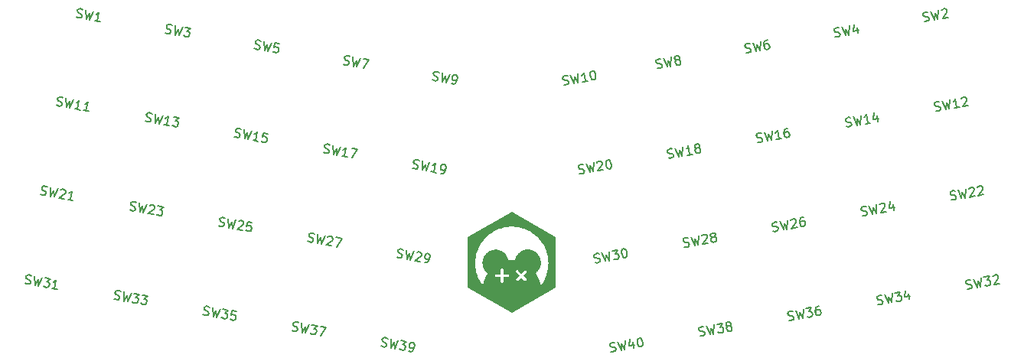
<source format=gbr>
%TF.GenerationSoftware,KiCad,Pcbnew,7.0.8*%
%TF.CreationDate,2023-12-07T22:17:23-06:00*%
%TF.ProjectId,lemmingz40,6c656d6d-696e-4677-9a34-302e6b696361,rev?*%
%TF.SameCoordinates,Original*%
%TF.FileFunction,Legend,Top*%
%TF.FilePolarity,Positive*%
%FSLAX46Y46*%
G04 Gerber Fmt 4.6, Leading zero omitted, Abs format (unit mm)*
G04 Created by KiCad (PCBNEW 7.0.8) date 2023-12-07 22:17:23*
%MOMM*%
%LPD*%
G01*
G04 APERTURE LIST*
%ADD10C,0.000000*%
%ADD11C,0.150000*%
G04 APERTURE END LIST*
D10*
G36*
X97511716Y-63243084D02*
G01*
X97511719Y-68856915D01*
X92649998Y-71663828D01*
X87788284Y-68856916D01*
X87788283Y-66137153D01*
X88604991Y-66137153D01*
X88608685Y-66311444D01*
X88619665Y-66483860D01*
X88637783Y-66654250D01*
X88662889Y-66822467D01*
X88694834Y-66988359D01*
X88733468Y-67151779D01*
X88778643Y-67312577D01*
X88830209Y-67470603D01*
X88888017Y-67625708D01*
X88951916Y-67777743D01*
X89021759Y-67926558D01*
X89097395Y-68072005D01*
X89178676Y-68213933D01*
X89265452Y-68352194D01*
X89357573Y-68486638D01*
X89454891Y-68617116D01*
X89468651Y-68521801D01*
X89485175Y-68427405D01*
X89504420Y-68333969D01*
X89526344Y-68241537D01*
X89550903Y-68150151D01*
X89578056Y-68059853D01*
X89607760Y-67970687D01*
X89639972Y-67882695D01*
X89674649Y-67795920D01*
X89711749Y-67710404D01*
X89751229Y-67626190D01*
X89793047Y-67543320D01*
X89810214Y-67511610D01*
X90793917Y-67511610D01*
X90794106Y-67519251D01*
X90794665Y-67526796D01*
X90795587Y-67534234D01*
X90796863Y-67541557D01*
X90798482Y-67548757D01*
X90800438Y-67555824D01*
X90802720Y-67562749D01*
X90805320Y-67569524D01*
X90808229Y-67576139D01*
X90811437Y-67582587D01*
X90814937Y-67588857D01*
X90818720Y-67594941D01*
X90822775Y-67600830D01*
X90827096Y-67606516D01*
X90831671Y-67611989D01*
X90836494Y-67617240D01*
X90841554Y-67622261D01*
X90846843Y-67627043D01*
X90852352Y-67631576D01*
X90858073Y-67635853D01*
X90863996Y-67639863D01*
X90870112Y-67643598D01*
X90876412Y-67647050D01*
X90882888Y-67650209D01*
X90889531Y-67653067D01*
X90896332Y-67655614D01*
X90903282Y-67657842D01*
X90910371Y-67659741D01*
X90917592Y-67661304D01*
X90924935Y-67662520D01*
X90932392Y-67663382D01*
X90939953Y-67663880D01*
X90939953Y-67664010D01*
X91423658Y-67664010D01*
X91423658Y-68147714D01*
X91423787Y-68147714D01*
X91424285Y-68155275D01*
X91425146Y-68162731D01*
X91426363Y-68170075D01*
X91427925Y-68177296D01*
X91429825Y-68184385D01*
X91432053Y-68191335D01*
X91434600Y-68198136D01*
X91437458Y-68204779D01*
X91440617Y-68211255D01*
X91444068Y-68217555D01*
X91447804Y-68223672D01*
X91451814Y-68229594D01*
X91456091Y-68235315D01*
X91460624Y-68240824D01*
X91465406Y-68246113D01*
X91470427Y-68251173D01*
X91475678Y-68255996D01*
X91481151Y-68260571D01*
X91486837Y-68264892D01*
X91492726Y-68268947D01*
X91498810Y-68272729D01*
X91505081Y-68276229D01*
X91511528Y-68279438D01*
X91518143Y-68282347D01*
X91524918Y-68284947D01*
X91531844Y-68287229D01*
X91538911Y-68289184D01*
X91546110Y-68290804D01*
X91553433Y-68292079D01*
X91560872Y-68293001D01*
X91568416Y-68293561D01*
X91576057Y-68293749D01*
X91583698Y-68293561D01*
X91591242Y-68293001D01*
X91598680Y-68292079D01*
X91606003Y-68290804D01*
X91613203Y-68289184D01*
X91620269Y-68287229D01*
X91627194Y-68284947D01*
X91633969Y-68282347D01*
X91640585Y-68279438D01*
X91647032Y-68276229D01*
X91653302Y-68272729D01*
X91659386Y-68268947D01*
X91665275Y-68264892D01*
X91670961Y-68260571D01*
X91676434Y-68255996D01*
X91681685Y-68251173D01*
X91686706Y-68246113D01*
X91691488Y-68240824D01*
X91696021Y-68235315D01*
X91700297Y-68229594D01*
X91704308Y-68223672D01*
X91708043Y-68217555D01*
X91711495Y-68211255D01*
X91714654Y-68204779D01*
X91717512Y-68198136D01*
X91720059Y-68191335D01*
X91722287Y-68184385D01*
X91724186Y-68177296D01*
X91725749Y-68170075D01*
X91726965Y-68162731D01*
X91727827Y-68155275D01*
X91728325Y-68147714D01*
X91728455Y-68147714D01*
X91728455Y-67959871D01*
X93126302Y-67959871D01*
X93126605Y-67966994D01*
X93127239Y-67974099D01*
X93128205Y-67981174D01*
X93129501Y-67988207D01*
X93131129Y-67995183D01*
X93133088Y-68002092D01*
X93135378Y-68008920D01*
X93137999Y-68015654D01*
X93140951Y-68022283D01*
X93144234Y-68028794D01*
X93147849Y-68035174D01*
X93151794Y-68041410D01*
X93156071Y-68047490D01*
X93160679Y-68053401D01*
X93165617Y-68059132D01*
X93170887Y-68064668D01*
X93176424Y-68069938D01*
X93182154Y-68074877D01*
X93188066Y-68079484D01*
X93194146Y-68083761D01*
X93200382Y-68087706D01*
X93206762Y-68091321D01*
X93213272Y-68094604D01*
X93219901Y-68097556D01*
X93226636Y-68100177D01*
X93233464Y-68102467D01*
X93240372Y-68104425D01*
X93247349Y-68106053D01*
X93254381Y-68107350D01*
X93261456Y-68108315D01*
X93268562Y-68108950D01*
X93275685Y-68109253D01*
X93282814Y-68109225D01*
X93289935Y-68108866D01*
X93297036Y-68108176D01*
X93304105Y-68107155D01*
X93311129Y-68105802D01*
X93318095Y-68104119D01*
X93324991Y-68102105D01*
X93331804Y-68099759D01*
X93338521Y-68097082D01*
X93345131Y-68094074D01*
X93351621Y-68090735D01*
X93357977Y-68087065D01*
X93364188Y-68083064D01*
X93370241Y-68078732D01*
X93376122Y-68074069D01*
X93381821Y-68069074D01*
X93381844Y-68069098D01*
X93381867Y-68069121D01*
X93381913Y-68069168D01*
X93723945Y-67727138D01*
X94061475Y-68064668D01*
X94065974Y-68069168D01*
X94065997Y-68069144D01*
X94066021Y-68069121D01*
X94066044Y-68069098D01*
X94066055Y-68069086D01*
X94066066Y-68069074D01*
X94071765Y-68074069D01*
X94077647Y-68078732D01*
X94083699Y-68083064D01*
X94089910Y-68087065D01*
X94096267Y-68090735D01*
X94102756Y-68094074D01*
X94109366Y-68097082D01*
X94116084Y-68099759D01*
X94122898Y-68102105D01*
X94129794Y-68104119D01*
X94136760Y-68105802D01*
X94143783Y-68107155D01*
X94150852Y-68108176D01*
X94157953Y-68108866D01*
X94165075Y-68109225D01*
X94172203Y-68109253D01*
X94179326Y-68108950D01*
X94186432Y-68108315D01*
X94193507Y-68107350D01*
X94200539Y-68106053D01*
X94207516Y-68104425D01*
X94214424Y-68102467D01*
X94221252Y-68100177D01*
X94227987Y-68097556D01*
X94234616Y-68094604D01*
X94241127Y-68091321D01*
X94247506Y-68087706D01*
X94253742Y-68083761D01*
X94259822Y-68079484D01*
X94265734Y-68074877D01*
X94271464Y-68069938D01*
X94277001Y-68064668D01*
X94282270Y-68059132D01*
X94287209Y-68053401D01*
X94291817Y-68047490D01*
X94296093Y-68041410D01*
X94300039Y-68035174D01*
X94303653Y-68028794D01*
X94306936Y-68022283D01*
X94309888Y-68015654D01*
X94312509Y-68008920D01*
X94314799Y-68002092D01*
X94316758Y-67995183D01*
X94318386Y-67988207D01*
X94319683Y-67981174D01*
X94320648Y-67974099D01*
X94321282Y-67966994D01*
X94321586Y-67959871D01*
X94321558Y-67952742D01*
X94321199Y-67945621D01*
X94320509Y-67938520D01*
X94319488Y-67931451D01*
X94318135Y-67924427D01*
X94316452Y-67917461D01*
X94314438Y-67910565D01*
X94312092Y-67903752D01*
X94309415Y-67897034D01*
X94306408Y-67890424D01*
X94303069Y-67883935D01*
X94299399Y-67877579D01*
X94295397Y-67871368D01*
X94291065Y-67865315D01*
X94286402Y-67859433D01*
X94281407Y-67853735D01*
X94281501Y-67853641D01*
X94277001Y-67849142D01*
X93939469Y-67511611D01*
X94277001Y-67174081D01*
X94281501Y-67169582D01*
X94281477Y-67169558D01*
X94281454Y-67169534D01*
X94281431Y-67169511D01*
X94281407Y-67169488D01*
X94286402Y-67163790D01*
X94291065Y-67157908D01*
X94295397Y-67151855D01*
X94299399Y-67145644D01*
X94303069Y-67139288D01*
X94306408Y-67132799D01*
X94309415Y-67126189D01*
X94312092Y-67119471D01*
X94314438Y-67112658D01*
X94316452Y-67105762D01*
X94318135Y-67098796D01*
X94319488Y-67091772D01*
X94320509Y-67084703D01*
X94321199Y-67077602D01*
X94321558Y-67070481D01*
X94321586Y-67063352D01*
X94321282Y-67056229D01*
X94320648Y-67049124D01*
X94319683Y-67042049D01*
X94318386Y-67035016D01*
X94316758Y-67028040D01*
X94314799Y-67021131D01*
X94312509Y-67014303D01*
X94309888Y-67007569D01*
X94306936Y-67000940D01*
X94303653Y-66994429D01*
X94300039Y-66988049D01*
X94296093Y-66981813D01*
X94291817Y-66975733D01*
X94287209Y-66969822D01*
X94282270Y-66964091D01*
X94277001Y-66958555D01*
X94271464Y-66953285D01*
X94265734Y-66948346D01*
X94259822Y-66943738D01*
X94253742Y-66939462D01*
X94247506Y-66935516D01*
X94241126Y-66931902D01*
X94234615Y-66928619D01*
X94227986Y-66925666D01*
X94221252Y-66923045D01*
X94214424Y-66920755D01*
X94207515Y-66918797D01*
X94200539Y-66917169D01*
X94193506Y-66915872D01*
X94186431Y-66914907D01*
X94179326Y-66914272D01*
X94172203Y-66913969D01*
X94165074Y-66913997D01*
X94157953Y-66914356D01*
X94150852Y-66915046D01*
X94143783Y-66916067D01*
X94136759Y-66917419D01*
X94129793Y-66919103D01*
X94122897Y-66921117D01*
X94116084Y-66923463D01*
X94109366Y-66926139D01*
X94102756Y-66929147D01*
X94096267Y-66932486D01*
X94089910Y-66936156D01*
X94083699Y-66940157D01*
X94077647Y-66944489D01*
X94071765Y-66949152D01*
X94066066Y-66954147D01*
X94066020Y-66954100D01*
X94066008Y-66954089D01*
X94065997Y-66954077D01*
X94065985Y-66954065D01*
X94065972Y-66954054D01*
X94061608Y-66958422D01*
X94061575Y-66958455D01*
X94061542Y-66958488D01*
X94061476Y-66958555D01*
X93723945Y-67296085D01*
X93386414Y-66958554D01*
X93381913Y-66954054D01*
X93381821Y-66954147D01*
X93376122Y-66949152D01*
X93370241Y-66944489D01*
X93364188Y-66940157D01*
X93357977Y-66936155D01*
X93351621Y-66932485D01*
X93345131Y-66929147D01*
X93338521Y-66926139D01*
X93331804Y-66923462D01*
X93324991Y-66921116D01*
X93318095Y-66919102D01*
X93311129Y-66917419D01*
X93304105Y-66916066D01*
X93297036Y-66915045D01*
X93289935Y-66914355D01*
X93282814Y-66913996D01*
X93275685Y-66913968D01*
X93268562Y-66914272D01*
X93261456Y-66914906D01*
X93254381Y-66915872D01*
X93247349Y-66917168D01*
X93240372Y-66918796D01*
X93233464Y-66920755D01*
X93226636Y-66923045D01*
X93219901Y-66925666D01*
X93213272Y-66928618D01*
X93206762Y-66931901D01*
X93200382Y-66935515D01*
X93194146Y-66939461D01*
X93188066Y-66943737D01*
X93182154Y-66948345D01*
X93176424Y-66953284D01*
X93170887Y-66958554D01*
X93165617Y-66964090D01*
X93160679Y-66969820D01*
X93156071Y-66975732D01*
X93151794Y-66981812D01*
X93147849Y-66988048D01*
X93144234Y-66994428D01*
X93140951Y-67000939D01*
X93137999Y-67007568D01*
X93135378Y-67014302D01*
X93133088Y-67021130D01*
X93131129Y-67028039D01*
X93129501Y-67035016D01*
X93128205Y-67042048D01*
X93127239Y-67049123D01*
X93126605Y-67056228D01*
X93126302Y-67063352D01*
X93126329Y-67070480D01*
X93126688Y-67077601D01*
X93127378Y-67084703D01*
X93128400Y-67091771D01*
X93129752Y-67098795D01*
X93131435Y-67105761D01*
X93133450Y-67112657D01*
X93135795Y-67119470D01*
X93138472Y-67126188D01*
X93141480Y-67132798D01*
X93144818Y-67139288D01*
X93148488Y-67145644D01*
X93152489Y-67151855D01*
X93156822Y-67157908D01*
X93161485Y-67163790D01*
X93166479Y-67169488D01*
X93166387Y-67169580D01*
X93170887Y-67174080D01*
X93508418Y-67511611D01*
X93166389Y-67853641D01*
X93166479Y-67853735D01*
X93161485Y-67859433D01*
X93156822Y-67865315D01*
X93152489Y-67871368D01*
X93148488Y-67877579D01*
X93144818Y-67883935D01*
X93141480Y-67890424D01*
X93138472Y-67897034D01*
X93135795Y-67903752D01*
X93133450Y-67910565D01*
X93131435Y-67917461D01*
X93129752Y-67924427D01*
X93128400Y-67931451D01*
X93127378Y-67938520D01*
X93126688Y-67945621D01*
X93126329Y-67952742D01*
X93126302Y-67959871D01*
X91728455Y-67959871D01*
X91728455Y-67664010D01*
X92212160Y-67664010D01*
X92212160Y-67663880D01*
X92219721Y-67663382D01*
X92227178Y-67662520D01*
X92234521Y-67661304D01*
X92241742Y-67659741D01*
X92248831Y-67657842D01*
X92255781Y-67655614D01*
X92262582Y-67653067D01*
X92269225Y-67650209D01*
X92275701Y-67647050D01*
X92282001Y-67643598D01*
X92288117Y-67639863D01*
X92294040Y-67635853D01*
X92299760Y-67631576D01*
X92305270Y-67627043D01*
X92310559Y-67622261D01*
X92315619Y-67617240D01*
X92320442Y-67611989D01*
X92325017Y-67606516D01*
X92329337Y-67600830D01*
X92333393Y-67594941D01*
X92337175Y-67588857D01*
X92340675Y-67582587D01*
X92343884Y-67576139D01*
X92346793Y-67569524D01*
X92349393Y-67562749D01*
X92351675Y-67555824D01*
X92353631Y-67548757D01*
X92355250Y-67541557D01*
X92356526Y-67534234D01*
X92357448Y-67526796D01*
X92358007Y-67519251D01*
X92358196Y-67511610D01*
X92358007Y-67503969D01*
X92357448Y-67496425D01*
X92356526Y-67488986D01*
X92355250Y-67481663D01*
X92353631Y-67474464D01*
X92351675Y-67467397D01*
X92349393Y-67460471D01*
X92346793Y-67453697D01*
X92343884Y-67447081D01*
X92340675Y-67440634D01*
X92337175Y-67434363D01*
X92333393Y-67428279D01*
X92329337Y-67422390D01*
X92325017Y-67416704D01*
X92320442Y-67411231D01*
X92315619Y-67405980D01*
X92310559Y-67400959D01*
X92305270Y-67396177D01*
X92299760Y-67391644D01*
X92294040Y-67387368D01*
X92288117Y-67383357D01*
X92282001Y-67379622D01*
X92275701Y-67376170D01*
X92269225Y-67373011D01*
X92262582Y-67370154D01*
X92255781Y-67367606D01*
X92248831Y-67365379D01*
X92241742Y-67363479D01*
X92234521Y-67361916D01*
X92227178Y-67360700D01*
X92219721Y-67359838D01*
X92212160Y-67359340D01*
X92212160Y-67359211D01*
X92205984Y-67359213D01*
X91728455Y-67359213D01*
X91728455Y-66875507D01*
X91728326Y-66875507D01*
X91727828Y-66867945D01*
X91726967Y-66860489D01*
X91725750Y-66853146D01*
X91724187Y-66845925D01*
X91722288Y-66838835D01*
X91720060Y-66831886D01*
X91717513Y-66825085D01*
X91714655Y-66818442D01*
X91711496Y-66811966D01*
X91708044Y-66805665D01*
X91704309Y-66799549D01*
X91700298Y-66793626D01*
X91696022Y-66787906D01*
X91691489Y-66782397D01*
X91686707Y-66777107D01*
X91681686Y-66772047D01*
X91676434Y-66767225D01*
X91670962Y-66762649D01*
X91665276Y-66758329D01*
X91659387Y-66754273D01*
X91653302Y-66750491D01*
X91647032Y-66746991D01*
X91640585Y-66743782D01*
X91633969Y-66740873D01*
X91627195Y-66738273D01*
X91620269Y-66735991D01*
X91613203Y-66734035D01*
X91606003Y-66732416D01*
X91598680Y-66731140D01*
X91591242Y-66730218D01*
X91583698Y-66729659D01*
X91576057Y-66729470D01*
X91568416Y-66729659D01*
X91560872Y-66730218D01*
X91553433Y-66731140D01*
X91546110Y-66732416D01*
X91538911Y-66734035D01*
X91531844Y-66735991D01*
X91524918Y-66738273D01*
X91518143Y-66740873D01*
X91511528Y-66743782D01*
X91505081Y-66746991D01*
X91498810Y-66750491D01*
X91492726Y-66754273D01*
X91486837Y-66758329D01*
X91481151Y-66762649D01*
X91475678Y-66767225D01*
X91470427Y-66772047D01*
X91465406Y-66777107D01*
X91460624Y-66782397D01*
X91456091Y-66787906D01*
X91451814Y-66793626D01*
X91447804Y-66799549D01*
X91444068Y-66805665D01*
X91440617Y-66811966D01*
X91437458Y-66818442D01*
X91434600Y-66825085D01*
X91432053Y-66831886D01*
X91429825Y-66838835D01*
X91427925Y-66845925D01*
X91426363Y-66853146D01*
X91425146Y-66860489D01*
X91424285Y-66867945D01*
X91423787Y-66875507D01*
X91423658Y-66875507D01*
X91423658Y-67359211D01*
X90939953Y-67359211D01*
X90939953Y-67359342D01*
X90932392Y-67359840D01*
X90924935Y-67360701D01*
X90917592Y-67361918D01*
X90910371Y-67363480D01*
X90903281Y-67365380D01*
X90896331Y-67367608D01*
X90889531Y-67370155D01*
X90882888Y-67373012D01*
X90876412Y-67376171D01*
X90870111Y-67379623D01*
X90863995Y-67383359D01*
X90858072Y-67387369D01*
X90852352Y-67391645D01*
X90846843Y-67396179D01*
X90841553Y-67400960D01*
X90836493Y-67405981D01*
X90831671Y-67411233D01*
X90827095Y-67416705D01*
X90822775Y-67422391D01*
X90818719Y-67428280D01*
X90814937Y-67434364D01*
X90811437Y-67440635D01*
X90808228Y-67447082D01*
X90805320Y-67453697D01*
X90802720Y-67460472D01*
X90800438Y-67467397D01*
X90798482Y-67474464D01*
X90796862Y-67481664D01*
X90795587Y-67488987D01*
X90794665Y-67496425D01*
X90794106Y-67503969D01*
X90793917Y-67511610D01*
X89810214Y-67511610D01*
X89837160Y-67461838D01*
X89883525Y-67381785D01*
X89932100Y-67303205D01*
X89982842Y-67226139D01*
X89918698Y-67174912D01*
X89857600Y-67120193D01*
X89799700Y-67062134D01*
X89745148Y-67000885D01*
X89694094Y-66936596D01*
X89646690Y-66869419D01*
X89603085Y-66799504D01*
X89563431Y-66727001D01*
X89527878Y-66652061D01*
X89496577Y-66574836D01*
X89469678Y-66495474D01*
X89447332Y-66414128D01*
X89429689Y-66330948D01*
X89416901Y-66246084D01*
X89409117Y-66159686D01*
X89406489Y-66071907D01*
X89408369Y-65997623D01*
X89413950Y-65924310D01*
X89423139Y-65852059D01*
X89435847Y-65780961D01*
X89451983Y-65711107D01*
X89471454Y-65642588D01*
X89494171Y-65575494D01*
X89520042Y-65509918D01*
X89548977Y-65445949D01*
X89580883Y-65383680D01*
X89615672Y-65323200D01*
X89653251Y-65264600D01*
X89693529Y-65207973D01*
X89736416Y-65153408D01*
X89781820Y-65100997D01*
X89829651Y-65050831D01*
X89879817Y-65003000D01*
X89932228Y-64957595D01*
X89986793Y-64914709D01*
X90043421Y-64874430D01*
X90102020Y-64836852D01*
X90162500Y-64802063D01*
X90224770Y-64770156D01*
X90288738Y-64741222D01*
X90354315Y-64715351D01*
X90421408Y-64692634D01*
X90489927Y-64673163D01*
X90559781Y-64657027D01*
X90630879Y-64644319D01*
X90703130Y-64635130D01*
X90776443Y-64629549D01*
X90850727Y-64627669D01*
X90917472Y-64629186D01*
X90983440Y-64633694D01*
X91048568Y-64641127D01*
X91112788Y-64651419D01*
X91176036Y-64664505D01*
X91238244Y-64680317D01*
X91299348Y-64698791D01*
X91359281Y-64719861D01*
X91417978Y-64743461D01*
X91475372Y-64769524D01*
X91531399Y-64797985D01*
X91585991Y-64828779D01*
X91639083Y-64861839D01*
X91690610Y-64897099D01*
X91740505Y-64934495D01*
X91788703Y-64973958D01*
X91835137Y-65015425D01*
X91879742Y-65058829D01*
X91922452Y-65104104D01*
X91963201Y-65151184D01*
X92001924Y-65200004D01*
X92038554Y-65250497D01*
X92073025Y-65302598D01*
X92105272Y-65356241D01*
X92135229Y-65411360D01*
X92162830Y-65467889D01*
X92188009Y-65525763D01*
X92210700Y-65584915D01*
X92230837Y-65645279D01*
X92248355Y-65706790D01*
X92263188Y-65769383D01*
X92275270Y-65832990D01*
X92321470Y-65827968D01*
X92367863Y-65823600D01*
X92414443Y-65819891D01*
X92461207Y-65816846D01*
X92508149Y-65814470D01*
X92555265Y-65812767D01*
X92602550Y-65811741D01*
X92650000Y-65811398D01*
X92650001Y-65811398D01*
X92694247Y-65811696D01*
X92738351Y-65812588D01*
X92782309Y-65814070D01*
X92826117Y-65816138D01*
X92869770Y-65818788D01*
X92913266Y-65822016D01*
X92956601Y-65825820D01*
X92999770Y-65830194D01*
X93011138Y-65765708D01*
X93025328Y-65702236D01*
X93042272Y-65639847D01*
X93061903Y-65578608D01*
X93084152Y-65518587D01*
X93108953Y-65459851D01*
X93136237Y-65402469D01*
X93165936Y-65346507D01*
X93197984Y-65292034D01*
X93232311Y-65239118D01*
X93268852Y-65187825D01*
X93307537Y-65138224D01*
X93348299Y-65090383D01*
X93391070Y-65044369D01*
X93435783Y-65000250D01*
X93482370Y-64958093D01*
X93530763Y-64917967D01*
X93580895Y-64879939D01*
X93632698Y-64844077D01*
X93686103Y-64810448D01*
X93741045Y-64779120D01*
X93797453Y-64750161D01*
X93855262Y-64723639D01*
X93914403Y-64699621D01*
X93974808Y-64678176D01*
X94036411Y-64659370D01*
X94099142Y-64643271D01*
X94162935Y-64629948D01*
X94227722Y-64619467D01*
X94293434Y-64611897D01*
X94360005Y-64607306D01*
X94427366Y-64605760D01*
X94501650Y-64607640D01*
X94574963Y-64613221D01*
X94647214Y-64622411D01*
X94718312Y-64635119D01*
X94788166Y-64651254D01*
X94856686Y-64670725D01*
X94923779Y-64693442D01*
X94989355Y-64719313D01*
X95053324Y-64748248D01*
X95115593Y-64780155D01*
X95176073Y-64814943D01*
X95234673Y-64852522D01*
X95291300Y-64892800D01*
X95345865Y-64935687D01*
X95398276Y-64981091D01*
X95448442Y-65028922D01*
X95496273Y-65079088D01*
X95541678Y-65131499D01*
X95584564Y-65186064D01*
X95624843Y-65242692D01*
X95662421Y-65301291D01*
X95697210Y-65361771D01*
X95729117Y-65424041D01*
X95758051Y-65488009D01*
X95783922Y-65553585D01*
X95806639Y-65620679D01*
X95826110Y-65689198D01*
X95842246Y-65759052D01*
X95854954Y-65830150D01*
X95864143Y-65902401D01*
X95869724Y-65975714D01*
X95871604Y-66049999D01*
X95868999Y-66137402D01*
X95861282Y-66223436D01*
X95848602Y-66307951D01*
X95831107Y-66390799D01*
X95808947Y-66471831D01*
X95782270Y-66550898D01*
X95751225Y-66627852D01*
X95715960Y-66702544D01*
X95676624Y-66774826D01*
X95633366Y-66844548D01*
X95586335Y-66911562D01*
X95535679Y-66975719D01*
X95481546Y-67036871D01*
X95424087Y-67094869D01*
X95363448Y-67149564D01*
X95299780Y-67200808D01*
X95352283Y-67278969D01*
X95402542Y-67358724D01*
X95450511Y-67440025D01*
X95496145Y-67522829D01*
X95539398Y-67607089D01*
X95580226Y-67692760D01*
X95618583Y-67779798D01*
X95654423Y-67868156D01*
X95687701Y-67957789D01*
X95718372Y-68048652D01*
X95746391Y-68140699D01*
X95771712Y-68233886D01*
X95794289Y-68328167D01*
X95814078Y-68423496D01*
X95831033Y-68519828D01*
X95845109Y-68617118D01*
X95942427Y-68486640D01*
X96034549Y-68352195D01*
X96121325Y-68213934D01*
X96202605Y-68072006D01*
X96278242Y-67926559D01*
X96348085Y-67777744D01*
X96411985Y-67625709D01*
X96469792Y-67470603D01*
X96521358Y-67312577D01*
X96566533Y-67151780D01*
X96605168Y-66988360D01*
X96637113Y-66822467D01*
X96662219Y-66654251D01*
X96680337Y-66483860D01*
X96691317Y-66311444D01*
X96695010Y-66137153D01*
X96689744Y-65929099D01*
X96674114Y-65723764D01*
X96648375Y-65521404D01*
X96612783Y-65322273D01*
X96567592Y-65126626D01*
X96513056Y-64934718D01*
X96449431Y-64746804D01*
X96376971Y-64563138D01*
X96295932Y-64383976D01*
X96206567Y-64209571D01*
X96109133Y-64040180D01*
X96003882Y-63876056D01*
X95891072Y-63717454D01*
X95770955Y-63564629D01*
X95643787Y-63417837D01*
X95509822Y-63277331D01*
X95369317Y-63143367D01*
X95222524Y-63016199D01*
X95069700Y-62896082D01*
X94911098Y-62783271D01*
X94746974Y-62678021D01*
X94577582Y-62580586D01*
X94403178Y-62491222D01*
X94224015Y-62410182D01*
X94040349Y-62337723D01*
X93852435Y-62274098D01*
X93660527Y-62219562D01*
X93464881Y-62174371D01*
X93265750Y-62138779D01*
X93063390Y-62113040D01*
X92858055Y-62097410D01*
X92650001Y-62092144D01*
X92441947Y-62097410D01*
X92236612Y-62113040D01*
X92034252Y-62138779D01*
X91835121Y-62174371D01*
X91639475Y-62219562D01*
X91447567Y-62274098D01*
X91259652Y-62337723D01*
X91075987Y-62410182D01*
X90896824Y-62491222D01*
X90722420Y-62580586D01*
X90553028Y-62678021D01*
X90388904Y-62783271D01*
X90230302Y-62896082D01*
X90077478Y-63016199D01*
X89930685Y-63143367D01*
X89790179Y-63277331D01*
X89656215Y-63417837D01*
X89529047Y-63564629D01*
X89408930Y-63717454D01*
X89296119Y-63876056D01*
X89190869Y-64040180D01*
X89093434Y-64209571D01*
X89004070Y-64383976D01*
X88923030Y-64563138D01*
X88850571Y-64746804D01*
X88786946Y-64934718D01*
X88732410Y-65126626D01*
X88687219Y-65322273D01*
X88651627Y-65521404D01*
X88625888Y-65723764D01*
X88610258Y-65929099D01*
X88604991Y-66137153D01*
X87788283Y-66137153D01*
X87788282Y-63243086D01*
X92650002Y-60436172D01*
X97511716Y-63243084D01*
G37*
D11*
X138276115Y-39338950D02*
X138425070Y-39361039D01*
X138425070Y-39361039D02*
X138659548Y-39319694D01*
X138659548Y-39319694D02*
X138745071Y-39256260D01*
X138745071Y-39256260D02*
X138783697Y-39201096D01*
X138783697Y-39201096D02*
X138814055Y-39099036D01*
X138814055Y-39099036D02*
X138797517Y-39005244D01*
X138797517Y-39005244D02*
X138734084Y-38919722D01*
X138734084Y-38919722D02*
X138678919Y-38881096D01*
X138678919Y-38881096D02*
X138576859Y-38850738D01*
X138576859Y-38850738D02*
X138381007Y-38836918D01*
X138381007Y-38836918D02*
X138278947Y-38806560D01*
X138278947Y-38806560D02*
X138223783Y-38767934D01*
X138223783Y-38767934D02*
X138160349Y-38682412D01*
X138160349Y-38682412D02*
X138143811Y-38588620D01*
X138143811Y-38588620D02*
X138174169Y-38486560D01*
X138174169Y-38486560D02*
X138212796Y-38431396D01*
X138212796Y-38431396D02*
X138298318Y-38367962D01*
X138298318Y-38367962D02*
X138532796Y-38326617D01*
X138532796Y-38326617D02*
X138681752Y-38348706D01*
X139001752Y-38243928D02*
X139409878Y-39187391D01*
X139409878Y-39187391D02*
X139473426Y-38450881D01*
X139473426Y-38450881D02*
X139785043Y-39121239D01*
X139785043Y-39121239D02*
X139845873Y-38095086D01*
X140190680Y-38130995D02*
X140229307Y-38075830D01*
X140229307Y-38075830D02*
X140314829Y-38012397D01*
X140314829Y-38012397D02*
X140549307Y-37971052D01*
X140549307Y-37971052D02*
X140651367Y-38001410D01*
X140651367Y-38001410D02*
X140706532Y-38040036D01*
X140706532Y-38040036D02*
X140769965Y-38125559D01*
X140769965Y-38125559D02*
X140786503Y-38219350D01*
X140786503Y-38219350D02*
X140764414Y-38368306D01*
X140764414Y-38368306D02*
X140300895Y-39030280D01*
X140300895Y-39030280D02*
X140910537Y-38922784D01*
X143016607Y-68965873D02*
X143165563Y-68987961D01*
X143165563Y-68987961D02*
X143400041Y-68946617D01*
X143400041Y-68946617D02*
X143485563Y-68883183D01*
X143485563Y-68883183D02*
X143524190Y-68828019D01*
X143524190Y-68828019D02*
X143554547Y-68725958D01*
X143554547Y-68725958D02*
X143538009Y-68632167D01*
X143538009Y-68632167D02*
X143474576Y-68546645D01*
X143474576Y-68546645D02*
X143419411Y-68508018D01*
X143419411Y-68508018D02*
X143317351Y-68477661D01*
X143317351Y-68477661D02*
X143121500Y-68463841D01*
X143121500Y-68463841D02*
X143019440Y-68433483D01*
X143019440Y-68433483D02*
X142964275Y-68394856D01*
X142964275Y-68394856D02*
X142900842Y-68309334D01*
X142900842Y-68309334D02*
X142884304Y-68215543D01*
X142884304Y-68215543D02*
X142914661Y-68113483D01*
X142914661Y-68113483D02*
X142953288Y-68058318D01*
X142953288Y-68058318D02*
X143038810Y-67994885D01*
X143038810Y-67994885D02*
X143273288Y-67953540D01*
X143273288Y-67953540D02*
X143422244Y-67975629D01*
X143742244Y-67870850D02*
X144150371Y-68814313D01*
X144150371Y-68814313D02*
X144213919Y-68077803D01*
X144213919Y-68077803D02*
X144525535Y-68748162D01*
X144525535Y-68748162D02*
X144586365Y-67722009D01*
X144867739Y-67672395D02*
X145477382Y-67564899D01*
X145477382Y-67564899D02*
X145215264Y-67997946D01*
X145215264Y-67997946D02*
X145355951Y-67973139D01*
X145355951Y-67973139D02*
X145458011Y-68003497D01*
X145458011Y-68003497D02*
X145513176Y-68042124D01*
X145513176Y-68042124D02*
X145576609Y-68127646D01*
X145576609Y-68127646D02*
X145617954Y-68362124D01*
X145617954Y-68362124D02*
X145587596Y-68464184D01*
X145587596Y-68464184D02*
X145548970Y-68519349D01*
X145548970Y-68519349D02*
X145463447Y-68582782D01*
X145463447Y-68582782D02*
X145182074Y-68632396D01*
X145182074Y-68632396D02*
X145080014Y-68602038D01*
X145080014Y-68602038D02*
X145024849Y-68563412D01*
X145869084Y-67592538D02*
X145907711Y-67537374D01*
X145907711Y-67537374D02*
X145993233Y-67473940D01*
X145993233Y-67473940D02*
X146227711Y-67432595D01*
X146227711Y-67432595D02*
X146329772Y-67462953D01*
X146329772Y-67462953D02*
X146384936Y-67501580D01*
X146384936Y-67501580D02*
X146448370Y-67587102D01*
X146448370Y-67587102D02*
X146464908Y-67680893D01*
X146464908Y-67680893D02*
X146442819Y-67829849D01*
X146442819Y-67829849D02*
X145979299Y-68491824D01*
X145979299Y-68491824D02*
X146588942Y-68384327D01*
X98414846Y-46367568D02*
X98563802Y-46389656D01*
X98563802Y-46389656D02*
X98798280Y-46348312D01*
X98798280Y-46348312D02*
X98883802Y-46284878D01*
X98883802Y-46284878D02*
X98922429Y-46229714D01*
X98922429Y-46229714D02*
X98952786Y-46127653D01*
X98952786Y-46127653D02*
X98936248Y-46033862D01*
X98936248Y-46033862D02*
X98872815Y-45948340D01*
X98872815Y-45948340D02*
X98817650Y-45909713D01*
X98817650Y-45909713D02*
X98715590Y-45879356D01*
X98715590Y-45879356D02*
X98519739Y-45865536D01*
X98519739Y-45865536D02*
X98417679Y-45835178D01*
X98417679Y-45835178D02*
X98362514Y-45796551D01*
X98362514Y-45796551D02*
X98299081Y-45711029D01*
X98299081Y-45711029D02*
X98282543Y-45617238D01*
X98282543Y-45617238D02*
X98312900Y-45515178D01*
X98312900Y-45515178D02*
X98351527Y-45460013D01*
X98351527Y-45460013D02*
X98437049Y-45396580D01*
X98437049Y-45396580D02*
X98671527Y-45355235D01*
X98671527Y-45355235D02*
X98820483Y-45377324D01*
X99140483Y-45272545D02*
X99548610Y-46216008D01*
X99548610Y-46216008D02*
X99612158Y-45479498D01*
X99612158Y-45479498D02*
X99923774Y-46149857D01*
X99923774Y-46149857D02*
X99984604Y-45123704D01*
X101049269Y-45951402D02*
X100486522Y-46050629D01*
X100767895Y-46001015D02*
X100594247Y-45016208D01*
X100594247Y-45016208D02*
X100525263Y-45173432D01*
X100525263Y-45173432D02*
X100448009Y-45283761D01*
X100448009Y-45283761D02*
X100362487Y-45347195D01*
X101485264Y-44859097D02*
X101579055Y-44842559D01*
X101579055Y-44842559D02*
X101681115Y-44872917D01*
X101681115Y-44872917D02*
X101736280Y-44911544D01*
X101736280Y-44911544D02*
X101799713Y-44997066D01*
X101799713Y-44997066D02*
X101879685Y-45176379D01*
X101879685Y-45176379D02*
X101921029Y-45410857D01*
X101921029Y-45410857D02*
X101907210Y-45606709D01*
X101907210Y-45606709D02*
X101876852Y-45708769D01*
X101876852Y-45708769D02*
X101838225Y-45763934D01*
X101838225Y-45763934D02*
X101752703Y-45827367D01*
X101752703Y-45827367D02*
X101658912Y-45843905D01*
X101658912Y-45843905D02*
X101556852Y-45813547D01*
X101556852Y-45813547D02*
X101501687Y-45774921D01*
X101501687Y-45774921D02*
X101438254Y-45689398D01*
X101438254Y-45689398D02*
X101358282Y-45510085D01*
X101358282Y-45510085D02*
X101316937Y-45275607D01*
X101316937Y-45275607D02*
X101330757Y-45079756D01*
X101330757Y-45079756D02*
X101361115Y-44977695D01*
X101361115Y-44977695D02*
X101399741Y-44922531D01*
X101399741Y-44922531D02*
X101485264Y-44859097D01*
X100151330Y-56215641D02*
X100300286Y-56237729D01*
X100300286Y-56237729D02*
X100534764Y-56196385D01*
X100534764Y-56196385D02*
X100620286Y-56132951D01*
X100620286Y-56132951D02*
X100658913Y-56077787D01*
X100658913Y-56077787D02*
X100689270Y-55975726D01*
X100689270Y-55975726D02*
X100672732Y-55881935D01*
X100672732Y-55881935D02*
X100609299Y-55796413D01*
X100609299Y-55796413D02*
X100554134Y-55757786D01*
X100554134Y-55757786D02*
X100452074Y-55727429D01*
X100452074Y-55727429D02*
X100256223Y-55713609D01*
X100256223Y-55713609D02*
X100154163Y-55683251D01*
X100154163Y-55683251D02*
X100098998Y-55644624D01*
X100098998Y-55644624D02*
X100035565Y-55559102D01*
X100035565Y-55559102D02*
X100019027Y-55465311D01*
X100019027Y-55465311D02*
X100049384Y-55363251D01*
X100049384Y-55363251D02*
X100088011Y-55308086D01*
X100088011Y-55308086D02*
X100173533Y-55244653D01*
X100173533Y-55244653D02*
X100408011Y-55203308D01*
X100408011Y-55203308D02*
X100556967Y-55225397D01*
X100876967Y-55120618D02*
X101285094Y-56064081D01*
X101285094Y-56064081D02*
X101348642Y-55327571D01*
X101348642Y-55327571D02*
X101660258Y-55997930D01*
X101660258Y-55997930D02*
X101721088Y-54971777D01*
X102065895Y-55007686D02*
X102104522Y-54952521D01*
X102104522Y-54952521D02*
X102190044Y-54889087D01*
X102190044Y-54889087D02*
X102424522Y-54847743D01*
X102424522Y-54847743D02*
X102526582Y-54878100D01*
X102526582Y-54878100D02*
X102581747Y-54916727D01*
X102581747Y-54916727D02*
X102645181Y-55002249D01*
X102645181Y-55002249D02*
X102661718Y-55096040D01*
X102661718Y-55096040D02*
X102639630Y-55244996D01*
X102639630Y-55244996D02*
X102176110Y-55906971D01*
X102176110Y-55906971D02*
X102785753Y-55799475D01*
X103221748Y-54707170D02*
X103315539Y-54690632D01*
X103315539Y-54690632D02*
X103417599Y-54720990D01*
X103417599Y-54720990D02*
X103472764Y-54759617D01*
X103472764Y-54759617D02*
X103536197Y-54845139D01*
X103536197Y-54845139D02*
X103616169Y-55024452D01*
X103616169Y-55024452D02*
X103657513Y-55258930D01*
X103657513Y-55258930D02*
X103643694Y-55454782D01*
X103643694Y-55454782D02*
X103613336Y-55556842D01*
X103613336Y-55556842D02*
X103574709Y-55612007D01*
X103574709Y-55612007D02*
X103489187Y-55675440D01*
X103489187Y-55675440D02*
X103395396Y-55691978D01*
X103395396Y-55691978D02*
X103293336Y-55661620D01*
X103293336Y-55661620D02*
X103238171Y-55622994D01*
X103238171Y-55622994D02*
X103174738Y-55537471D01*
X103174738Y-55537471D02*
X103094766Y-55358158D01*
X103094766Y-55358158D02*
X103053421Y-55123680D01*
X103053421Y-55123680D02*
X103067241Y-54927829D01*
X103067241Y-54927829D02*
X103097599Y-54825768D01*
X103097599Y-54825768D02*
X103136225Y-54770604D01*
X103136225Y-54770604D02*
X103221748Y-54707170D01*
X108731884Y-44548395D02*
X108880839Y-44570484D01*
X108880839Y-44570484D02*
X109115317Y-44529139D01*
X109115317Y-44529139D02*
X109200840Y-44465705D01*
X109200840Y-44465705D02*
X109239466Y-44410541D01*
X109239466Y-44410541D02*
X109269824Y-44308481D01*
X109269824Y-44308481D02*
X109253286Y-44214689D01*
X109253286Y-44214689D02*
X109189853Y-44129167D01*
X109189853Y-44129167D02*
X109134688Y-44090541D01*
X109134688Y-44090541D02*
X109032628Y-44060183D01*
X109032628Y-44060183D02*
X108836776Y-44046363D01*
X108836776Y-44046363D02*
X108734716Y-44016005D01*
X108734716Y-44016005D02*
X108679552Y-43977379D01*
X108679552Y-43977379D02*
X108616118Y-43891857D01*
X108616118Y-43891857D02*
X108599580Y-43798065D01*
X108599580Y-43798065D02*
X108629938Y-43696005D01*
X108629938Y-43696005D02*
X108668565Y-43640841D01*
X108668565Y-43640841D02*
X108754087Y-43577407D01*
X108754087Y-43577407D02*
X108988565Y-43536062D01*
X108988565Y-43536062D02*
X109137521Y-43558151D01*
X109457521Y-43453373D02*
X109865647Y-44396836D01*
X109865647Y-44396836D02*
X109929195Y-43660326D01*
X109929195Y-43660326D02*
X110240812Y-44330684D01*
X110240812Y-44330684D02*
X110301642Y-43304531D01*
X110891914Y-43635633D02*
X110789854Y-43605276D01*
X110789854Y-43605276D02*
X110734689Y-43566649D01*
X110734689Y-43566649D02*
X110671256Y-43481127D01*
X110671256Y-43481127D02*
X110662987Y-43434231D01*
X110662987Y-43434231D02*
X110693344Y-43332171D01*
X110693344Y-43332171D02*
X110731971Y-43277006D01*
X110731971Y-43277006D02*
X110817493Y-43213573D01*
X110817493Y-43213573D02*
X111005076Y-43180497D01*
X111005076Y-43180497D02*
X111107136Y-43210855D01*
X111107136Y-43210855D02*
X111162301Y-43249481D01*
X111162301Y-43249481D02*
X111225734Y-43335004D01*
X111225734Y-43335004D02*
X111234003Y-43381899D01*
X111234003Y-43381899D02*
X111203645Y-43483959D01*
X111203645Y-43483959D02*
X111165019Y-43539124D01*
X111165019Y-43539124D02*
X111079496Y-43602557D01*
X111079496Y-43602557D02*
X110891914Y-43635633D01*
X110891914Y-43635633D02*
X110806392Y-43699067D01*
X110806392Y-43699067D02*
X110767765Y-43754231D01*
X110767765Y-43754231D02*
X110737407Y-43856292D01*
X110737407Y-43856292D02*
X110770483Y-44043874D01*
X110770483Y-44043874D02*
X110833917Y-44129396D01*
X110833917Y-44129396D02*
X110889081Y-44168023D01*
X110889081Y-44168023D02*
X110991142Y-44198381D01*
X110991142Y-44198381D02*
X111178724Y-44165305D01*
X111178724Y-44165305D02*
X111264246Y-44101871D01*
X111264246Y-44101871D02*
X111302873Y-44046707D01*
X111302873Y-44046707D02*
X111333231Y-43944646D01*
X111333231Y-43944646D02*
X111300155Y-43757064D01*
X111300155Y-43757064D02*
X111236721Y-43671542D01*
X111236721Y-43671542D02*
X111181557Y-43632915D01*
X111181557Y-43632915D02*
X111079496Y-43602557D01*
X81669772Y-55587201D02*
X81802190Y-55658903D01*
X81802190Y-55658903D02*
X82036668Y-55700248D01*
X82036668Y-55700248D02*
X82138728Y-55669890D01*
X82138728Y-55669890D02*
X82193893Y-55631264D01*
X82193893Y-55631264D02*
X82257326Y-55545741D01*
X82257326Y-55545741D02*
X82273864Y-55451950D01*
X82273864Y-55451950D02*
X82243506Y-55349890D01*
X82243506Y-55349890D02*
X82204880Y-55294725D01*
X82204880Y-55294725D02*
X82119357Y-55231292D01*
X82119357Y-55231292D02*
X81940044Y-55151320D01*
X81940044Y-55151320D02*
X81854522Y-55087887D01*
X81854522Y-55087887D02*
X81815895Y-55032722D01*
X81815895Y-55032722D02*
X81785537Y-54930662D01*
X81785537Y-54930662D02*
X81802075Y-54836871D01*
X81802075Y-54836871D02*
X81865509Y-54751349D01*
X81865509Y-54751349D02*
X81920673Y-54712722D01*
X81920673Y-54712722D02*
X82022734Y-54682364D01*
X82022734Y-54682364D02*
X82257212Y-54723709D01*
X82257212Y-54723709D02*
X82389629Y-54795412D01*
X82726168Y-54806399D02*
X82786998Y-55832551D01*
X82786998Y-55832551D02*
X83098614Y-55162193D01*
X83098614Y-55162193D02*
X83162162Y-55898703D01*
X83162162Y-55898703D02*
X83570289Y-54955240D01*
X84287657Y-56097158D02*
X83724910Y-55997931D01*
X84006283Y-56047544D02*
X84179931Y-55062737D01*
X84179931Y-55062737D02*
X84061333Y-55186885D01*
X84061333Y-55186885D02*
X83951004Y-55264139D01*
X83951004Y-55264139D02*
X83848944Y-55294496D01*
X84756613Y-56179848D02*
X84944195Y-56212924D01*
X84944195Y-56212924D02*
X85046256Y-56182566D01*
X85046256Y-56182566D02*
X85101420Y-56143939D01*
X85101420Y-56143939D02*
X85220018Y-56019790D01*
X85220018Y-56019790D02*
X85299990Y-55840477D01*
X85299990Y-55840477D02*
X85366141Y-55465312D01*
X85366141Y-55465312D02*
X85335784Y-55363252D01*
X85335784Y-55363252D02*
X85297157Y-55308087D01*
X85297157Y-55308087D02*
X85211635Y-55244654D01*
X85211635Y-55244654D02*
X85024052Y-55211578D01*
X85024052Y-55211578D02*
X84921992Y-55241936D01*
X84921992Y-55241936D02*
X84866828Y-55280562D01*
X84866828Y-55280562D02*
X84803394Y-55366084D01*
X84803394Y-55366084D02*
X84762049Y-55600563D01*
X84762049Y-55600563D02*
X84792407Y-55702623D01*
X84792407Y-55702623D02*
X84831034Y-55757787D01*
X84831034Y-55757787D02*
X84916556Y-55821221D01*
X84916556Y-55821221D02*
X85104138Y-55854297D01*
X85104138Y-55854297D02*
X85206198Y-55823939D01*
X85206198Y-55823939D02*
X85261363Y-55785312D01*
X85261363Y-55785312D02*
X85324797Y-55699790D01*
X113472372Y-74175316D02*
X113621328Y-74197404D01*
X113621328Y-74197404D02*
X113855806Y-74156060D01*
X113855806Y-74156060D02*
X113941328Y-74092626D01*
X113941328Y-74092626D02*
X113979955Y-74037462D01*
X113979955Y-74037462D02*
X114010312Y-73935401D01*
X114010312Y-73935401D02*
X113993774Y-73841610D01*
X113993774Y-73841610D02*
X113930341Y-73756088D01*
X113930341Y-73756088D02*
X113875176Y-73717461D01*
X113875176Y-73717461D02*
X113773116Y-73687104D01*
X113773116Y-73687104D02*
X113577265Y-73673284D01*
X113577265Y-73673284D02*
X113475205Y-73642926D01*
X113475205Y-73642926D02*
X113420040Y-73604299D01*
X113420040Y-73604299D02*
X113356607Y-73518777D01*
X113356607Y-73518777D02*
X113340069Y-73424986D01*
X113340069Y-73424986D02*
X113370426Y-73322926D01*
X113370426Y-73322926D02*
X113409053Y-73267761D01*
X113409053Y-73267761D02*
X113494575Y-73204328D01*
X113494575Y-73204328D02*
X113729053Y-73162983D01*
X113729053Y-73162983D02*
X113878009Y-73185072D01*
X114198009Y-73080293D02*
X114606136Y-74023756D01*
X114606136Y-74023756D02*
X114669684Y-73287246D01*
X114669684Y-73287246D02*
X114981300Y-73957605D01*
X114981300Y-73957605D02*
X115042130Y-72931452D01*
X115323504Y-72881838D02*
X115933147Y-72774342D01*
X115933147Y-72774342D02*
X115671029Y-73207389D01*
X115671029Y-73207389D02*
X115811716Y-73182582D01*
X115811716Y-73182582D02*
X115913776Y-73212940D01*
X115913776Y-73212940D02*
X115968941Y-73251567D01*
X115968941Y-73251567D02*
X116032374Y-73337089D01*
X116032374Y-73337089D02*
X116073719Y-73571567D01*
X116073719Y-73571567D02*
X116043361Y-73673627D01*
X116043361Y-73673627D02*
X116004735Y-73728792D01*
X116004735Y-73728792D02*
X115919212Y-73792225D01*
X115919212Y-73792225D02*
X115637839Y-73841839D01*
X115637839Y-73841839D02*
X115535779Y-73811481D01*
X115535779Y-73811481D02*
X115480614Y-73772855D01*
X116570315Y-73097175D02*
X116468254Y-73066817D01*
X116468254Y-73066817D02*
X116413090Y-73028190D01*
X116413090Y-73028190D02*
X116349656Y-72942668D01*
X116349656Y-72942668D02*
X116341387Y-72895773D01*
X116341387Y-72895773D02*
X116371745Y-72793712D01*
X116371745Y-72793712D02*
X116410372Y-72738548D01*
X116410372Y-72738548D02*
X116495894Y-72675114D01*
X116495894Y-72675114D02*
X116683476Y-72642038D01*
X116683476Y-72642038D02*
X116785537Y-72672396D01*
X116785537Y-72672396D02*
X116840701Y-72711023D01*
X116840701Y-72711023D02*
X116904135Y-72796545D01*
X116904135Y-72796545D02*
X116912404Y-72843441D01*
X116912404Y-72843441D02*
X116882046Y-72945501D01*
X116882046Y-72945501D02*
X116843419Y-73000665D01*
X116843419Y-73000665D02*
X116757897Y-73064099D01*
X116757897Y-73064099D02*
X116570315Y-73097175D01*
X116570315Y-73097175D02*
X116484792Y-73160608D01*
X116484792Y-73160608D02*
X116446166Y-73215773D01*
X116446166Y-73215773D02*
X116415808Y-73317833D01*
X116415808Y-73317833D02*
X116448884Y-73505415D01*
X116448884Y-73505415D02*
X116512317Y-73590938D01*
X116512317Y-73590938D02*
X116567482Y-73629564D01*
X116567482Y-73629564D02*
X116669542Y-73659922D01*
X116669542Y-73659922D02*
X116857125Y-73626846D01*
X116857125Y-73626846D02*
X116942647Y-73563413D01*
X116942647Y-73563413D02*
X116981273Y-73508248D01*
X116981273Y-73508248D02*
X117011631Y-73406188D01*
X117011631Y-73406188D02*
X116978555Y-73218605D01*
X116978555Y-73218605D02*
X116915122Y-73133083D01*
X116915122Y-73133083D02*
X116859957Y-73094457D01*
X116859957Y-73094457D02*
X116757897Y-73064099D01*
X61973622Y-52114240D02*
X62106040Y-52185942D01*
X62106040Y-52185942D02*
X62340518Y-52227287D01*
X62340518Y-52227287D02*
X62442578Y-52196929D01*
X62442578Y-52196929D02*
X62497743Y-52158303D01*
X62497743Y-52158303D02*
X62561176Y-52072780D01*
X62561176Y-52072780D02*
X62577714Y-51978989D01*
X62577714Y-51978989D02*
X62547356Y-51876929D01*
X62547356Y-51876929D02*
X62508730Y-51821764D01*
X62508730Y-51821764D02*
X62423207Y-51758331D01*
X62423207Y-51758331D02*
X62243894Y-51678359D01*
X62243894Y-51678359D02*
X62158372Y-51614926D01*
X62158372Y-51614926D02*
X62119745Y-51559761D01*
X62119745Y-51559761D02*
X62089387Y-51457701D01*
X62089387Y-51457701D02*
X62105925Y-51363910D01*
X62105925Y-51363910D02*
X62169359Y-51278388D01*
X62169359Y-51278388D02*
X62224523Y-51239761D01*
X62224523Y-51239761D02*
X62326584Y-51209403D01*
X62326584Y-51209403D02*
X62561062Y-51250748D01*
X62561062Y-51250748D02*
X62693479Y-51322451D01*
X63030018Y-51333438D02*
X63090848Y-52359590D01*
X63090848Y-52359590D02*
X63402464Y-51689232D01*
X63402464Y-51689232D02*
X63466012Y-52425742D01*
X63466012Y-52425742D02*
X63874139Y-51482279D01*
X64591507Y-52624197D02*
X64028760Y-52524970D01*
X64310133Y-52574583D02*
X64483781Y-51589776D01*
X64483781Y-51589776D02*
X64365183Y-51713924D01*
X64365183Y-51713924D02*
X64254854Y-51791178D01*
X64254854Y-51791178D02*
X64152794Y-51821535D01*
X65656172Y-51796500D02*
X65187216Y-51713810D01*
X65187216Y-51713810D02*
X65057630Y-52174497D01*
X65057630Y-52174497D02*
X65112795Y-52135870D01*
X65112795Y-52135870D02*
X65214855Y-52105513D01*
X65214855Y-52105513D02*
X65449333Y-52146858D01*
X65449333Y-52146858D02*
X65534855Y-52210291D01*
X65534855Y-52210291D02*
X65573482Y-52265456D01*
X65573482Y-52265456D02*
X65603840Y-52367516D01*
X65603840Y-52367516D02*
X65562495Y-52601994D01*
X65562495Y-52601994D02*
X65499061Y-52687516D01*
X65499061Y-52687516D02*
X65443897Y-52726143D01*
X65443897Y-52726143D02*
X65341837Y-52756500D01*
X65341837Y-52756500D02*
X65107359Y-52715156D01*
X65107359Y-52715156D02*
X65021836Y-52651722D01*
X65021836Y-52651722D02*
X64983210Y-52596558D01*
X40540983Y-58489353D02*
X40673401Y-58561055D01*
X40673401Y-58561055D02*
X40907879Y-58602400D01*
X40907879Y-58602400D02*
X41009939Y-58572042D01*
X41009939Y-58572042D02*
X41065104Y-58533416D01*
X41065104Y-58533416D02*
X41128537Y-58447893D01*
X41128537Y-58447893D02*
X41145075Y-58354102D01*
X41145075Y-58354102D02*
X41114717Y-58252042D01*
X41114717Y-58252042D02*
X41076091Y-58196877D01*
X41076091Y-58196877D02*
X40990568Y-58133444D01*
X40990568Y-58133444D02*
X40811255Y-58053472D01*
X40811255Y-58053472D02*
X40725733Y-57990039D01*
X40725733Y-57990039D02*
X40687106Y-57934874D01*
X40687106Y-57934874D02*
X40656748Y-57832814D01*
X40656748Y-57832814D02*
X40673286Y-57739023D01*
X40673286Y-57739023D02*
X40736720Y-57653501D01*
X40736720Y-57653501D02*
X40791884Y-57614874D01*
X40791884Y-57614874D02*
X40893945Y-57584516D01*
X40893945Y-57584516D02*
X41128423Y-57625861D01*
X41128423Y-57625861D02*
X41260840Y-57697564D01*
X41597379Y-57708551D02*
X41658209Y-58734703D01*
X41658209Y-58734703D02*
X41969825Y-58064345D01*
X41969825Y-58064345D02*
X42033373Y-58800855D01*
X42033373Y-58800855D02*
X42441500Y-57857392D01*
X42753231Y-58009066D02*
X42808395Y-57970439D01*
X42808395Y-57970439D02*
X42910456Y-57940082D01*
X42910456Y-57940082D02*
X43144934Y-57981427D01*
X43144934Y-57981427D02*
X43230456Y-58044860D01*
X43230456Y-58044860D02*
X43269082Y-58100025D01*
X43269082Y-58100025D02*
X43299440Y-58202085D01*
X43299440Y-58202085D02*
X43282902Y-58295876D01*
X43282902Y-58295876D02*
X43211200Y-58428294D01*
X43211200Y-58428294D02*
X42549225Y-58891814D01*
X42549225Y-58891814D02*
X43158868Y-58999310D01*
X44096780Y-59164689D02*
X43534033Y-59065462D01*
X43815406Y-59115076D02*
X43989055Y-58130268D01*
X43989055Y-58130268D02*
X43870456Y-58254417D01*
X43870456Y-58254417D02*
X43760127Y-58331670D01*
X43760127Y-58331670D02*
X43658067Y-58362028D01*
X44482903Y-38875886D02*
X44615321Y-38947589D01*
X44615321Y-38947589D02*
X44849799Y-38988934D01*
X44849799Y-38988934D02*
X44951860Y-38958576D01*
X44951860Y-38958576D02*
X45007024Y-38919949D01*
X45007024Y-38919949D02*
X45070458Y-38834427D01*
X45070458Y-38834427D02*
X45086996Y-38740636D01*
X45086996Y-38740636D02*
X45056638Y-38638576D01*
X45056638Y-38638576D02*
X45018011Y-38583411D01*
X45018011Y-38583411D02*
X44932489Y-38519978D01*
X44932489Y-38519978D02*
X44753176Y-38440006D01*
X44753176Y-38440006D02*
X44667653Y-38376573D01*
X44667653Y-38376573D02*
X44629027Y-38321408D01*
X44629027Y-38321408D02*
X44598669Y-38219348D01*
X44598669Y-38219348D02*
X44615207Y-38125557D01*
X44615207Y-38125557D02*
X44678640Y-38040034D01*
X44678640Y-38040034D02*
X44733805Y-38001408D01*
X44733805Y-38001408D02*
X44835865Y-37971050D01*
X44835865Y-37971050D02*
X45070343Y-38012395D01*
X45070343Y-38012395D02*
X45202761Y-38084097D01*
X45539299Y-38095085D02*
X45600129Y-39121237D01*
X45600129Y-39121237D02*
X45911746Y-38450879D01*
X45911746Y-38450879D02*
X45975294Y-39187389D01*
X45975294Y-39187389D02*
X46383420Y-38243926D01*
X47100788Y-39385844D02*
X46538041Y-39286616D01*
X46819415Y-39336230D02*
X46993063Y-38351422D01*
X46993063Y-38351422D02*
X46874465Y-38475571D01*
X46874465Y-38475571D02*
X46764136Y-38552824D01*
X46764136Y-38552824D02*
X46662076Y-38583182D01*
X123320448Y-72438837D02*
X123469404Y-72460925D01*
X123469404Y-72460925D02*
X123703882Y-72419581D01*
X123703882Y-72419581D02*
X123789404Y-72356147D01*
X123789404Y-72356147D02*
X123828031Y-72300983D01*
X123828031Y-72300983D02*
X123858388Y-72198922D01*
X123858388Y-72198922D02*
X123841850Y-72105131D01*
X123841850Y-72105131D02*
X123778417Y-72019609D01*
X123778417Y-72019609D02*
X123723252Y-71980982D01*
X123723252Y-71980982D02*
X123621192Y-71950625D01*
X123621192Y-71950625D02*
X123425341Y-71936805D01*
X123425341Y-71936805D02*
X123323281Y-71906447D01*
X123323281Y-71906447D02*
X123268116Y-71867820D01*
X123268116Y-71867820D02*
X123204683Y-71782298D01*
X123204683Y-71782298D02*
X123188145Y-71688507D01*
X123188145Y-71688507D02*
X123218502Y-71586447D01*
X123218502Y-71586447D02*
X123257129Y-71531282D01*
X123257129Y-71531282D02*
X123342651Y-71467849D01*
X123342651Y-71467849D02*
X123577129Y-71426504D01*
X123577129Y-71426504D02*
X123726085Y-71448593D01*
X124046085Y-71343814D02*
X124454212Y-72287277D01*
X124454212Y-72287277D02*
X124517760Y-71550767D01*
X124517760Y-71550767D02*
X124829376Y-72221126D01*
X124829376Y-72221126D02*
X124890206Y-71194973D01*
X125171580Y-71145359D02*
X125781223Y-71037863D01*
X125781223Y-71037863D02*
X125519105Y-71470910D01*
X125519105Y-71470910D02*
X125659792Y-71446103D01*
X125659792Y-71446103D02*
X125761852Y-71476461D01*
X125761852Y-71476461D02*
X125817017Y-71515088D01*
X125817017Y-71515088D02*
X125880450Y-71600610D01*
X125880450Y-71600610D02*
X125921795Y-71835088D01*
X125921795Y-71835088D02*
X125891437Y-71937148D01*
X125891437Y-71937148D02*
X125852811Y-71992313D01*
X125852811Y-71992313D02*
X125767288Y-72055746D01*
X125767288Y-72055746D02*
X125485915Y-72105360D01*
X125485915Y-72105360D02*
X125383855Y-72075002D01*
X125383855Y-72075002D02*
X125328690Y-72036376D01*
X126625344Y-70889021D02*
X126437761Y-70922097D01*
X126437761Y-70922097D02*
X126352239Y-70985531D01*
X126352239Y-70985531D02*
X126313612Y-71040695D01*
X126313612Y-71040695D02*
X126244628Y-71197920D01*
X126244628Y-71197920D02*
X126230808Y-71393772D01*
X126230808Y-71393772D02*
X126296960Y-71768936D01*
X126296960Y-71768936D02*
X126360393Y-71854459D01*
X126360393Y-71854459D02*
X126415558Y-71893085D01*
X126415558Y-71893085D02*
X126517618Y-71923443D01*
X126517618Y-71923443D02*
X126705201Y-71890367D01*
X126705201Y-71890367D02*
X126790723Y-71826934D01*
X126790723Y-71826934D02*
X126829349Y-71771769D01*
X126829349Y-71771769D02*
X126859707Y-71669709D01*
X126859707Y-71669709D02*
X126818362Y-71435231D01*
X126818362Y-71435231D02*
X126754929Y-71349709D01*
X126754929Y-71349709D02*
X126699764Y-71311082D01*
X126699764Y-71311082D02*
X126597704Y-71280724D01*
X126597704Y-71280724D02*
X126410122Y-71313800D01*
X126410122Y-71313800D02*
X126324599Y-71377234D01*
X126324599Y-71377234D02*
X126285973Y-71432398D01*
X126285973Y-71432398D02*
X126255615Y-71534458D01*
X79933292Y-65435281D02*
X80065710Y-65506983D01*
X80065710Y-65506983D02*
X80300188Y-65548328D01*
X80300188Y-65548328D02*
X80402248Y-65517970D01*
X80402248Y-65517970D02*
X80457413Y-65479344D01*
X80457413Y-65479344D02*
X80520846Y-65393821D01*
X80520846Y-65393821D02*
X80537384Y-65300030D01*
X80537384Y-65300030D02*
X80507026Y-65197970D01*
X80507026Y-65197970D02*
X80468400Y-65142805D01*
X80468400Y-65142805D02*
X80382877Y-65079372D01*
X80382877Y-65079372D02*
X80203564Y-64999400D01*
X80203564Y-64999400D02*
X80118042Y-64935967D01*
X80118042Y-64935967D02*
X80079415Y-64880802D01*
X80079415Y-64880802D02*
X80049057Y-64778742D01*
X80049057Y-64778742D02*
X80065595Y-64684951D01*
X80065595Y-64684951D02*
X80129029Y-64599429D01*
X80129029Y-64599429D02*
X80184193Y-64560802D01*
X80184193Y-64560802D02*
X80286254Y-64530444D01*
X80286254Y-64530444D02*
X80520732Y-64571789D01*
X80520732Y-64571789D02*
X80653149Y-64643492D01*
X80989688Y-64654479D02*
X81050518Y-65680631D01*
X81050518Y-65680631D02*
X81362134Y-65010273D01*
X81362134Y-65010273D02*
X81425682Y-65746783D01*
X81425682Y-65746783D02*
X81833809Y-64803320D01*
X82145540Y-64954994D02*
X82200704Y-64916367D01*
X82200704Y-64916367D02*
X82302765Y-64886010D01*
X82302765Y-64886010D02*
X82537243Y-64927355D01*
X82537243Y-64927355D02*
X82622765Y-64990788D01*
X82622765Y-64990788D02*
X82661391Y-65045953D01*
X82661391Y-65045953D02*
X82691749Y-65148013D01*
X82691749Y-65148013D02*
X82675211Y-65241804D01*
X82675211Y-65241804D02*
X82603509Y-65374222D01*
X82603509Y-65374222D02*
X81941534Y-65837742D01*
X81941534Y-65837742D02*
X82551177Y-65945238D01*
X83020133Y-66027928D02*
X83207715Y-66061004D01*
X83207715Y-66061004D02*
X83309776Y-66030646D01*
X83309776Y-66030646D02*
X83364940Y-65992019D01*
X83364940Y-65992019D02*
X83483538Y-65867870D01*
X83483538Y-65867870D02*
X83563510Y-65688557D01*
X83563510Y-65688557D02*
X83629661Y-65313392D01*
X83629661Y-65313392D02*
X83599304Y-65211332D01*
X83599304Y-65211332D02*
X83560677Y-65156167D01*
X83560677Y-65156167D02*
X83475155Y-65092734D01*
X83475155Y-65092734D02*
X83287572Y-65059658D01*
X83287572Y-65059658D02*
X83185512Y-65090016D01*
X83185512Y-65090016D02*
X83130348Y-65128642D01*
X83130348Y-65128642D02*
X83066914Y-65214164D01*
X83066914Y-65214164D02*
X83025569Y-65448643D01*
X83025569Y-65448643D02*
X83055927Y-65550703D01*
X83055927Y-65550703D02*
X83094554Y-65605867D01*
X83094554Y-65605867D02*
X83180076Y-65669301D01*
X83180076Y-65669301D02*
X83367658Y-65702377D01*
X83367658Y-65702377D02*
X83469718Y-65672019D01*
X83469718Y-65672019D02*
X83524883Y-65633392D01*
X83524883Y-65633392D02*
X83588317Y-65547870D01*
X60237137Y-61962319D02*
X60369555Y-62034021D01*
X60369555Y-62034021D02*
X60604033Y-62075366D01*
X60604033Y-62075366D02*
X60706093Y-62045008D01*
X60706093Y-62045008D02*
X60761258Y-62006382D01*
X60761258Y-62006382D02*
X60824691Y-61920859D01*
X60824691Y-61920859D02*
X60841229Y-61827068D01*
X60841229Y-61827068D02*
X60810871Y-61725008D01*
X60810871Y-61725008D02*
X60772245Y-61669843D01*
X60772245Y-61669843D02*
X60686722Y-61606410D01*
X60686722Y-61606410D02*
X60507409Y-61526438D01*
X60507409Y-61526438D02*
X60421887Y-61463005D01*
X60421887Y-61463005D02*
X60383260Y-61407840D01*
X60383260Y-61407840D02*
X60352902Y-61305780D01*
X60352902Y-61305780D02*
X60369440Y-61211989D01*
X60369440Y-61211989D02*
X60432874Y-61126467D01*
X60432874Y-61126467D02*
X60488038Y-61087840D01*
X60488038Y-61087840D02*
X60590099Y-61057482D01*
X60590099Y-61057482D02*
X60824577Y-61098827D01*
X60824577Y-61098827D02*
X60956994Y-61170530D01*
X61293533Y-61181517D02*
X61354363Y-62207669D01*
X61354363Y-62207669D02*
X61665979Y-61537311D01*
X61665979Y-61537311D02*
X61729527Y-62273821D01*
X61729527Y-62273821D02*
X62137654Y-61330358D01*
X62449385Y-61482032D02*
X62504549Y-61443405D01*
X62504549Y-61443405D02*
X62606610Y-61413048D01*
X62606610Y-61413048D02*
X62841088Y-61454393D01*
X62841088Y-61454393D02*
X62926610Y-61517826D01*
X62926610Y-61517826D02*
X62965236Y-61572991D01*
X62965236Y-61572991D02*
X62995594Y-61675051D01*
X62995594Y-61675051D02*
X62979056Y-61768842D01*
X62979056Y-61768842D02*
X62907354Y-61901260D01*
X62907354Y-61901260D02*
X62245379Y-62364780D01*
X62245379Y-62364780D02*
X62855022Y-62472276D01*
X63919687Y-61644579D02*
X63450731Y-61561889D01*
X63450731Y-61561889D02*
X63321145Y-62022576D01*
X63321145Y-62022576D02*
X63376310Y-61983949D01*
X63376310Y-61983949D02*
X63478370Y-61953592D01*
X63478370Y-61953592D02*
X63712848Y-61994937D01*
X63712848Y-61994937D02*
X63798370Y-62058370D01*
X63798370Y-62058370D02*
X63836997Y-62113535D01*
X63836997Y-62113535D02*
X63867355Y-62215595D01*
X63867355Y-62215595D02*
X63826010Y-62450073D01*
X63826010Y-62450073D02*
X63762576Y-62535595D01*
X63762576Y-62535595D02*
X63707412Y-62574222D01*
X63707412Y-62574222D02*
X63605352Y-62604579D01*
X63605352Y-62604579D02*
X63370874Y-62563235D01*
X63370874Y-62563235D02*
X63285351Y-62499801D01*
X63285351Y-62499801D02*
X63246725Y-62444637D01*
X38804502Y-68337432D02*
X38936920Y-68409134D01*
X38936920Y-68409134D02*
X39171398Y-68450479D01*
X39171398Y-68450479D02*
X39273458Y-68420121D01*
X39273458Y-68420121D02*
X39328623Y-68381495D01*
X39328623Y-68381495D02*
X39392056Y-68295972D01*
X39392056Y-68295972D02*
X39408594Y-68202181D01*
X39408594Y-68202181D02*
X39378236Y-68100121D01*
X39378236Y-68100121D02*
X39339610Y-68044956D01*
X39339610Y-68044956D02*
X39254087Y-67981523D01*
X39254087Y-67981523D02*
X39074774Y-67901551D01*
X39074774Y-67901551D02*
X38989252Y-67838118D01*
X38989252Y-67838118D02*
X38950625Y-67782953D01*
X38950625Y-67782953D02*
X38920267Y-67680893D01*
X38920267Y-67680893D02*
X38936805Y-67587102D01*
X38936805Y-67587102D02*
X39000239Y-67501580D01*
X39000239Y-67501580D02*
X39055403Y-67462953D01*
X39055403Y-67462953D02*
X39157464Y-67432595D01*
X39157464Y-67432595D02*
X39391942Y-67473940D01*
X39391942Y-67473940D02*
X39524359Y-67545643D01*
X39860898Y-67556630D02*
X39921728Y-68582782D01*
X39921728Y-68582782D02*
X40233344Y-67912424D01*
X40233344Y-67912424D02*
X40296892Y-68648934D01*
X40296892Y-68648934D02*
X40705019Y-67705471D01*
X40986392Y-67755085D02*
X41596035Y-67862581D01*
X41596035Y-67862581D02*
X41201614Y-68179863D01*
X41201614Y-68179863D02*
X41342301Y-68204670D01*
X41342301Y-68204670D02*
X41427823Y-68268104D01*
X41427823Y-68268104D02*
X41466450Y-68323268D01*
X41466450Y-68323268D02*
X41496807Y-68425329D01*
X41496807Y-68425329D02*
X41455463Y-68659807D01*
X41455463Y-68659807D02*
X41392029Y-68745329D01*
X41392029Y-68745329D02*
X41336865Y-68783956D01*
X41336865Y-68783956D02*
X41234804Y-68814313D01*
X41234804Y-68814313D02*
X40953431Y-68764699D01*
X40953431Y-68764699D02*
X40867909Y-68701266D01*
X40867909Y-68701266D02*
X40829282Y-68646101D01*
X42360299Y-69012768D02*
X41797552Y-68913541D01*
X42078925Y-68963155D02*
X42252574Y-67978347D01*
X42252574Y-67978347D02*
X42133975Y-68102496D01*
X42133975Y-68102496D02*
X42023646Y-68179749D01*
X42023646Y-68179749D02*
X41921586Y-68210107D01*
X42277464Y-48641278D02*
X42409882Y-48712980D01*
X42409882Y-48712980D02*
X42644360Y-48754325D01*
X42644360Y-48754325D02*
X42746420Y-48723967D01*
X42746420Y-48723967D02*
X42801585Y-48685341D01*
X42801585Y-48685341D02*
X42865018Y-48599818D01*
X42865018Y-48599818D02*
X42881556Y-48506027D01*
X42881556Y-48506027D02*
X42851198Y-48403967D01*
X42851198Y-48403967D02*
X42812572Y-48348802D01*
X42812572Y-48348802D02*
X42727049Y-48285369D01*
X42727049Y-48285369D02*
X42547736Y-48205397D01*
X42547736Y-48205397D02*
X42462214Y-48141964D01*
X42462214Y-48141964D02*
X42423587Y-48086799D01*
X42423587Y-48086799D02*
X42393229Y-47984739D01*
X42393229Y-47984739D02*
X42409767Y-47890948D01*
X42409767Y-47890948D02*
X42473201Y-47805426D01*
X42473201Y-47805426D02*
X42528365Y-47766799D01*
X42528365Y-47766799D02*
X42630426Y-47736441D01*
X42630426Y-47736441D02*
X42864904Y-47777786D01*
X42864904Y-47777786D02*
X42997321Y-47849489D01*
X43333860Y-47860476D02*
X43394690Y-48886628D01*
X43394690Y-48886628D02*
X43706306Y-48216270D01*
X43706306Y-48216270D02*
X43769854Y-48952780D01*
X43769854Y-48952780D02*
X44177981Y-48009317D01*
X44895349Y-49151235D02*
X44332602Y-49052008D01*
X44613975Y-49101621D02*
X44787623Y-48116814D01*
X44787623Y-48116814D02*
X44669025Y-48240962D01*
X44669025Y-48240962D02*
X44558696Y-48318216D01*
X44558696Y-48318216D02*
X44456636Y-48348573D01*
X45833261Y-49316614D02*
X45270514Y-49217387D01*
X45551887Y-49267001D02*
X45725536Y-48282193D01*
X45725536Y-48282193D02*
X45606937Y-48406342D01*
X45606937Y-48406342D02*
X45496608Y-48483595D01*
X45496608Y-48483595D02*
X45394548Y-48513953D01*
X52125539Y-50377756D02*
X52257957Y-50449458D01*
X52257957Y-50449458D02*
X52492435Y-50490803D01*
X52492435Y-50490803D02*
X52594495Y-50460445D01*
X52594495Y-50460445D02*
X52649660Y-50421819D01*
X52649660Y-50421819D02*
X52713093Y-50336296D01*
X52713093Y-50336296D02*
X52729631Y-50242505D01*
X52729631Y-50242505D02*
X52699273Y-50140445D01*
X52699273Y-50140445D02*
X52660647Y-50085280D01*
X52660647Y-50085280D02*
X52575124Y-50021847D01*
X52575124Y-50021847D02*
X52395811Y-49941875D01*
X52395811Y-49941875D02*
X52310289Y-49878442D01*
X52310289Y-49878442D02*
X52271662Y-49823277D01*
X52271662Y-49823277D02*
X52241304Y-49721217D01*
X52241304Y-49721217D02*
X52257842Y-49627426D01*
X52257842Y-49627426D02*
X52321276Y-49541904D01*
X52321276Y-49541904D02*
X52376440Y-49503277D01*
X52376440Y-49503277D02*
X52478501Y-49472919D01*
X52478501Y-49472919D02*
X52712979Y-49514264D01*
X52712979Y-49514264D02*
X52845396Y-49585967D01*
X53181935Y-49596954D02*
X53242765Y-50623106D01*
X53242765Y-50623106D02*
X53554381Y-49952748D01*
X53554381Y-49952748D02*
X53617929Y-50689258D01*
X53617929Y-50689258D02*
X54026056Y-49745795D01*
X54743424Y-50887713D02*
X54180677Y-50788486D01*
X54462050Y-50838099D02*
X54635698Y-49853292D01*
X54635698Y-49853292D02*
X54517100Y-49977440D01*
X54517100Y-49977440D02*
X54406771Y-50054694D01*
X54406771Y-50054694D02*
X54304711Y-50085051D01*
X55245341Y-49960788D02*
X55854984Y-50068285D01*
X55854984Y-50068285D02*
X55460563Y-50385567D01*
X55460563Y-50385567D02*
X55601250Y-50410374D01*
X55601250Y-50410374D02*
X55686772Y-50473807D01*
X55686772Y-50473807D02*
X55725399Y-50528972D01*
X55725399Y-50528972D02*
X55755757Y-50631032D01*
X55755757Y-50631032D02*
X55714412Y-50865510D01*
X55714412Y-50865510D02*
X55650978Y-50951032D01*
X55650978Y-50951032D02*
X55595814Y-50989659D01*
X55595814Y-50989659D02*
X55493754Y-51020016D01*
X55493754Y-51020016D02*
X55212380Y-50970403D01*
X55212380Y-50970403D02*
X55126858Y-50906969D01*
X55126858Y-50906969D02*
X55088231Y-50851805D01*
X128428035Y-41075429D02*
X128576990Y-41097518D01*
X128576990Y-41097518D02*
X128811468Y-41056173D01*
X128811468Y-41056173D02*
X128896991Y-40992739D01*
X128896991Y-40992739D02*
X128935617Y-40937575D01*
X128935617Y-40937575D02*
X128965975Y-40835515D01*
X128965975Y-40835515D02*
X128949437Y-40741723D01*
X128949437Y-40741723D02*
X128886004Y-40656201D01*
X128886004Y-40656201D02*
X128830839Y-40617575D01*
X128830839Y-40617575D02*
X128728779Y-40587217D01*
X128728779Y-40587217D02*
X128532927Y-40573397D01*
X128532927Y-40573397D02*
X128430867Y-40543039D01*
X128430867Y-40543039D02*
X128375703Y-40504413D01*
X128375703Y-40504413D02*
X128312269Y-40418891D01*
X128312269Y-40418891D02*
X128295731Y-40325099D01*
X128295731Y-40325099D02*
X128326089Y-40223039D01*
X128326089Y-40223039D02*
X128364716Y-40167875D01*
X128364716Y-40167875D02*
X128450238Y-40104441D01*
X128450238Y-40104441D02*
X128684716Y-40063096D01*
X128684716Y-40063096D02*
X128833672Y-40085185D01*
X129153672Y-39980407D02*
X129561798Y-40923870D01*
X129561798Y-40923870D02*
X129625346Y-40187360D01*
X129625346Y-40187360D02*
X129936963Y-40857718D01*
X129936963Y-40857718D02*
X129997793Y-39831565D01*
X130852901Y-40019262D02*
X130968666Y-40675801D01*
X130552271Y-39685442D02*
X130441827Y-40430221D01*
X130441827Y-40430221D02*
X131051470Y-40322725D01*
X133168523Y-70702356D02*
X133317479Y-70724444D01*
X133317479Y-70724444D02*
X133551957Y-70683100D01*
X133551957Y-70683100D02*
X133637479Y-70619666D01*
X133637479Y-70619666D02*
X133676106Y-70564502D01*
X133676106Y-70564502D02*
X133706463Y-70462441D01*
X133706463Y-70462441D02*
X133689925Y-70368650D01*
X133689925Y-70368650D02*
X133626492Y-70283128D01*
X133626492Y-70283128D02*
X133571327Y-70244501D01*
X133571327Y-70244501D02*
X133469267Y-70214144D01*
X133469267Y-70214144D02*
X133273416Y-70200324D01*
X133273416Y-70200324D02*
X133171356Y-70169966D01*
X133171356Y-70169966D02*
X133116191Y-70131339D01*
X133116191Y-70131339D02*
X133052758Y-70045817D01*
X133052758Y-70045817D02*
X133036220Y-69952026D01*
X133036220Y-69952026D02*
X133066577Y-69849966D01*
X133066577Y-69849966D02*
X133105204Y-69794801D01*
X133105204Y-69794801D02*
X133190726Y-69731368D01*
X133190726Y-69731368D02*
X133425204Y-69690023D01*
X133425204Y-69690023D02*
X133574160Y-69712112D01*
X133894160Y-69607333D02*
X134302287Y-70550796D01*
X134302287Y-70550796D02*
X134365835Y-69814286D01*
X134365835Y-69814286D02*
X134677451Y-70484645D01*
X134677451Y-70484645D02*
X134738281Y-69458492D01*
X135019655Y-69408878D02*
X135629298Y-69301382D01*
X135629298Y-69301382D02*
X135367180Y-69734429D01*
X135367180Y-69734429D02*
X135507867Y-69709622D01*
X135507867Y-69709622D02*
X135609927Y-69739980D01*
X135609927Y-69739980D02*
X135665092Y-69778607D01*
X135665092Y-69778607D02*
X135728525Y-69864129D01*
X135728525Y-69864129D02*
X135769870Y-70098607D01*
X135769870Y-70098607D02*
X135739512Y-70200667D01*
X135739512Y-70200667D02*
X135700886Y-70255832D01*
X135700886Y-70255832D02*
X135615363Y-70319265D01*
X135615363Y-70319265D02*
X135333990Y-70368879D01*
X135333990Y-70368879D02*
X135231930Y-70338521D01*
X135231930Y-70338521D02*
X135176765Y-70299895D01*
X136531301Y-69480810D02*
X136647067Y-70137348D01*
X136230672Y-69146990D02*
X136120228Y-69891769D01*
X136120228Y-69891769D02*
X136729871Y-69784272D01*
X71821697Y-53850724D02*
X71954115Y-53922426D01*
X71954115Y-53922426D02*
X72188593Y-53963771D01*
X72188593Y-53963771D02*
X72290653Y-53933413D01*
X72290653Y-53933413D02*
X72345818Y-53894787D01*
X72345818Y-53894787D02*
X72409251Y-53809264D01*
X72409251Y-53809264D02*
X72425789Y-53715473D01*
X72425789Y-53715473D02*
X72395431Y-53613413D01*
X72395431Y-53613413D02*
X72356805Y-53558248D01*
X72356805Y-53558248D02*
X72271282Y-53494815D01*
X72271282Y-53494815D02*
X72091969Y-53414843D01*
X72091969Y-53414843D02*
X72006447Y-53351410D01*
X72006447Y-53351410D02*
X71967820Y-53296245D01*
X71967820Y-53296245D02*
X71937462Y-53194185D01*
X71937462Y-53194185D02*
X71954000Y-53100394D01*
X71954000Y-53100394D02*
X72017434Y-53014872D01*
X72017434Y-53014872D02*
X72072598Y-52976245D01*
X72072598Y-52976245D02*
X72174659Y-52945887D01*
X72174659Y-52945887D02*
X72409137Y-52987232D01*
X72409137Y-52987232D02*
X72541554Y-53058935D01*
X72878093Y-53069922D02*
X72938923Y-54096074D01*
X72938923Y-54096074D02*
X73250539Y-53425716D01*
X73250539Y-53425716D02*
X73314087Y-54162226D01*
X73314087Y-54162226D02*
X73722214Y-53218763D01*
X74439582Y-54360681D02*
X73876835Y-54261454D01*
X74158208Y-54311067D02*
X74331856Y-53326260D01*
X74331856Y-53326260D02*
X74213258Y-53450408D01*
X74213258Y-53450408D02*
X74102929Y-53527662D01*
X74102929Y-53527662D02*
X74000869Y-53558019D01*
X74941499Y-53433756D02*
X75598038Y-53549522D01*
X75598038Y-53549522D02*
X75002329Y-54459909D01*
X109999406Y-54479163D02*
X110148362Y-54501251D01*
X110148362Y-54501251D02*
X110382840Y-54459907D01*
X110382840Y-54459907D02*
X110468362Y-54396473D01*
X110468362Y-54396473D02*
X110506989Y-54341309D01*
X110506989Y-54341309D02*
X110537346Y-54239248D01*
X110537346Y-54239248D02*
X110520808Y-54145457D01*
X110520808Y-54145457D02*
X110457375Y-54059935D01*
X110457375Y-54059935D02*
X110402210Y-54021308D01*
X110402210Y-54021308D02*
X110300150Y-53990951D01*
X110300150Y-53990951D02*
X110104299Y-53977131D01*
X110104299Y-53977131D02*
X110002239Y-53946773D01*
X110002239Y-53946773D02*
X109947074Y-53908146D01*
X109947074Y-53908146D02*
X109883641Y-53822624D01*
X109883641Y-53822624D02*
X109867103Y-53728833D01*
X109867103Y-53728833D02*
X109897460Y-53626773D01*
X109897460Y-53626773D02*
X109936087Y-53571608D01*
X109936087Y-53571608D02*
X110021609Y-53508175D01*
X110021609Y-53508175D02*
X110256087Y-53466830D01*
X110256087Y-53466830D02*
X110405043Y-53488919D01*
X110725043Y-53384140D02*
X111133170Y-54327603D01*
X111133170Y-54327603D02*
X111196718Y-53591093D01*
X111196718Y-53591093D02*
X111508334Y-54261452D01*
X111508334Y-54261452D02*
X111569164Y-53235299D01*
X112633829Y-54062997D02*
X112071082Y-54162224D01*
X112352455Y-54112610D02*
X112178807Y-53127803D01*
X112178807Y-53127803D02*
X112109823Y-53285027D01*
X112109823Y-53285027D02*
X112032569Y-53395356D01*
X112032569Y-53395356D02*
X111947047Y-53458790D01*
X113097349Y-53401022D02*
X112995288Y-53370664D01*
X112995288Y-53370664D02*
X112940124Y-53332037D01*
X112940124Y-53332037D02*
X112876690Y-53246515D01*
X112876690Y-53246515D02*
X112868421Y-53199620D01*
X112868421Y-53199620D02*
X112898779Y-53097559D01*
X112898779Y-53097559D02*
X112937406Y-53042395D01*
X112937406Y-53042395D02*
X113022928Y-52978961D01*
X113022928Y-52978961D02*
X113210510Y-52945885D01*
X113210510Y-52945885D02*
X113312571Y-52976243D01*
X113312571Y-52976243D02*
X113367735Y-53014870D01*
X113367735Y-53014870D02*
X113431169Y-53100392D01*
X113431169Y-53100392D02*
X113439438Y-53147288D01*
X113439438Y-53147288D02*
X113409080Y-53249348D01*
X113409080Y-53249348D02*
X113370453Y-53304512D01*
X113370453Y-53304512D02*
X113284931Y-53367946D01*
X113284931Y-53367946D02*
X113097349Y-53401022D01*
X113097349Y-53401022D02*
X113011826Y-53464455D01*
X113011826Y-53464455D02*
X112973200Y-53519620D01*
X112973200Y-53519620D02*
X112942842Y-53621680D01*
X112942842Y-53621680D02*
X112975918Y-53809262D01*
X112975918Y-53809262D02*
X113039351Y-53894785D01*
X113039351Y-53894785D02*
X113094516Y-53933411D01*
X113094516Y-53933411D02*
X113196576Y-53963769D01*
X113196576Y-53963769D02*
X113384159Y-53930693D01*
X113384159Y-53930693D02*
X113469681Y-53867260D01*
X113469681Y-53867260D02*
X113508307Y-53812095D01*
X113508307Y-53812095D02*
X113538665Y-53710035D01*
X113538665Y-53710035D02*
X113505589Y-53522452D01*
X113505589Y-53522452D02*
X113442156Y-53436930D01*
X113442156Y-53436930D02*
X113386991Y-53398304D01*
X113386991Y-53398304D02*
X113284931Y-53367946D01*
X48652579Y-70073914D02*
X48784997Y-70145616D01*
X48784997Y-70145616D02*
X49019475Y-70186961D01*
X49019475Y-70186961D02*
X49121535Y-70156603D01*
X49121535Y-70156603D02*
X49176700Y-70117977D01*
X49176700Y-70117977D02*
X49240133Y-70032454D01*
X49240133Y-70032454D02*
X49256671Y-69938663D01*
X49256671Y-69938663D02*
X49226313Y-69836603D01*
X49226313Y-69836603D02*
X49187687Y-69781438D01*
X49187687Y-69781438D02*
X49102164Y-69718005D01*
X49102164Y-69718005D02*
X48922851Y-69638033D01*
X48922851Y-69638033D02*
X48837329Y-69574600D01*
X48837329Y-69574600D02*
X48798702Y-69519435D01*
X48798702Y-69519435D02*
X48768344Y-69417375D01*
X48768344Y-69417375D02*
X48784882Y-69323584D01*
X48784882Y-69323584D02*
X48848316Y-69238062D01*
X48848316Y-69238062D02*
X48903480Y-69199435D01*
X48903480Y-69199435D02*
X49005541Y-69169077D01*
X49005541Y-69169077D02*
X49240019Y-69210422D01*
X49240019Y-69210422D02*
X49372436Y-69282125D01*
X49708975Y-69293112D02*
X49769805Y-70319264D01*
X49769805Y-70319264D02*
X50081421Y-69648906D01*
X50081421Y-69648906D02*
X50144969Y-70385416D01*
X50144969Y-70385416D02*
X50553096Y-69441953D01*
X50834469Y-69491567D02*
X51444112Y-69599063D01*
X51444112Y-69599063D02*
X51049691Y-69916345D01*
X51049691Y-69916345D02*
X51190378Y-69941152D01*
X51190378Y-69941152D02*
X51275900Y-70004586D01*
X51275900Y-70004586D02*
X51314527Y-70059750D01*
X51314527Y-70059750D02*
X51344884Y-70161811D01*
X51344884Y-70161811D02*
X51303540Y-70396289D01*
X51303540Y-70396289D02*
X51240106Y-70481811D01*
X51240106Y-70481811D02*
X51184942Y-70520438D01*
X51184942Y-70520438D02*
X51082881Y-70550795D01*
X51082881Y-70550795D02*
X50801508Y-70501181D01*
X50801508Y-70501181D02*
X50715986Y-70437748D01*
X50715986Y-70437748D02*
X50677359Y-70382583D01*
X51772381Y-69656946D02*
X52382024Y-69764443D01*
X52382024Y-69764443D02*
X51987603Y-70081725D01*
X51987603Y-70081725D02*
X52128290Y-70106532D01*
X52128290Y-70106532D02*
X52213812Y-70169965D01*
X52213812Y-70169965D02*
X52252439Y-70225130D01*
X52252439Y-70225130D02*
X52282797Y-70327190D01*
X52282797Y-70327190D02*
X52241452Y-70561668D01*
X52241452Y-70561668D02*
X52178018Y-70647190D01*
X52178018Y-70647190D02*
X52122854Y-70685817D01*
X52122854Y-70685817D02*
X52020794Y-70716174D01*
X52020794Y-70716174D02*
X51739420Y-70666561D01*
X51739420Y-70666561D02*
X51653898Y-70603127D01*
X51653898Y-70603127D02*
X51615271Y-70547963D01*
X103624294Y-75911801D02*
X103773250Y-75933889D01*
X103773250Y-75933889D02*
X104007728Y-75892545D01*
X104007728Y-75892545D02*
X104093250Y-75829111D01*
X104093250Y-75829111D02*
X104131877Y-75773947D01*
X104131877Y-75773947D02*
X104162234Y-75671886D01*
X104162234Y-75671886D02*
X104145696Y-75578095D01*
X104145696Y-75578095D02*
X104082263Y-75492573D01*
X104082263Y-75492573D02*
X104027098Y-75453946D01*
X104027098Y-75453946D02*
X103925038Y-75423589D01*
X103925038Y-75423589D02*
X103729187Y-75409769D01*
X103729187Y-75409769D02*
X103627127Y-75379411D01*
X103627127Y-75379411D02*
X103571962Y-75340784D01*
X103571962Y-75340784D02*
X103508529Y-75255262D01*
X103508529Y-75255262D02*
X103491991Y-75161471D01*
X103491991Y-75161471D02*
X103522348Y-75059411D01*
X103522348Y-75059411D02*
X103560975Y-75004246D01*
X103560975Y-75004246D02*
X103646497Y-74940813D01*
X103646497Y-74940813D02*
X103880975Y-74899468D01*
X103880975Y-74899468D02*
X104029931Y-74921557D01*
X104349931Y-74816778D02*
X104758058Y-75760241D01*
X104758058Y-75760241D02*
X104821606Y-75023731D01*
X104821606Y-75023731D02*
X105133222Y-75694090D01*
X105133222Y-75694090D02*
X105194052Y-74667937D01*
X106049160Y-74855634D02*
X106164926Y-75512172D01*
X105748530Y-74521814D02*
X105638087Y-75266593D01*
X105638087Y-75266593D02*
X106247730Y-75159096D01*
X106694712Y-74403330D02*
X106788503Y-74386792D01*
X106788503Y-74386792D02*
X106890563Y-74417150D01*
X106890563Y-74417150D02*
X106945728Y-74455777D01*
X106945728Y-74455777D02*
X107009161Y-74541299D01*
X107009161Y-74541299D02*
X107089133Y-74720612D01*
X107089133Y-74720612D02*
X107130477Y-74955090D01*
X107130477Y-74955090D02*
X107116658Y-75150942D01*
X107116658Y-75150942D02*
X107086300Y-75253002D01*
X107086300Y-75253002D02*
X107047673Y-75308167D01*
X107047673Y-75308167D02*
X106962151Y-75371600D01*
X106962151Y-75371600D02*
X106868360Y-75388138D01*
X106868360Y-75388138D02*
X106766300Y-75357780D01*
X106766300Y-75357780D02*
X106711135Y-75319154D01*
X106711135Y-75319154D02*
X106647702Y-75233631D01*
X106647702Y-75233631D02*
X106567730Y-75054318D01*
X106567730Y-75054318D02*
X106526385Y-74819840D01*
X106526385Y-74819840D02*
X106540205Y-74623989D01*
X106540205Y-74623989D02*
X106570563Y-74521928D01*
X106570563Y-74521928D02*
X106609189Y-74466764D01*
X106609189Y-74466764D02*
X106694712Y-74403330D01*
X101887812Y-66063719D02*
X102036768Y-66085807D01*
X102036768Y-66085807D02*
X102271246Y-66044463D01*
X102271246Y-66044463D02*
X102356768Y-65981029D01*
X102356768Y-65981029D02*
X102395395Y-65925865D01*
X102395395Y-65925865D02*
X102425752Y-65823804D01*
X102425752Y-65823804D02*
X102409214Y-65730013D01*
X102409214Y-65730013D02*
X102345781Y-65644491D01*
X102345781Y-65644491D02*
X102290616Y-65605864D01*
X102290616Y-65605864D02*
X102188556Y-65575507D01*
X102188556Y-65575507D02*
X101992705Y-65561687D01*
X101992705Y-65561687D02*
X101890645Y-65531329D01*
X101890645Y-65531329D02*
X101835480Y-65492702D01*
X101835480Y-65492702D02*
X101772047Y-65407180D01*
X101772047Y-65407180D02*
X101755509Y-65313389D01*
X101755509Y-65313389D02*
X101785866Y-65211329D01*
X101785866Y-65211329D02*
X101824493Y-65156164D01*
X101824493Y-65156164D02*
X101910015Y-65092731D01*
X101910015Y-65092731D02*
X102144493Y-65051386D01*
X102144493Y-65051386D02*
X102293449Y-65073475D01*
X102613449Y-64968696D02*
X103021576Y-65912159D01*
X103021576Y-65912159D02*
X103085124Y-65175649D01*
X103085124Y-65175649D02*
X103396740Y-65846008D01*
X103396740Y-65846008D02*
X103457570Y-64819855D01*
X103738944Y-64770241D02*
X104348587Y-64662745D01*
X104348587Y-64662745D02*
X104086469Y-65095792D01*
X104086469Y-65095792D02*
X104227156Y-65070985D01*
X104227156Y-65070985D02*
X104329216Y-65101343D01*
X104329216Y-65101343D02*
X104384381Y-65139970D01*
X104384381Y-65139970D02*
X104447814Y-65225492D01*
X104447814Y-65225492D02*
X104489159Y-65459970D01*
X104489159Y-65459970D02*
X104458801Y-65562030D01*
X104458801Y-65562030D02*
X104420175Y-65617195D01*
X104420175Y-65617195D02*
X104334652Y-65680628D01*
X104334652Y-65680628D02*
X104053279Y-65730242D01*
X104053279Y-65730242D02*
X103951219Y-65699884D01*
X103951219Y-65699884D02*
X103896054Y-65661258D01*
X104958230Y-64555248D02*
X105052021Y-64538710D01*
X105052021Y-64538710D02*
X105154081Y-64569068D01*
X105154081Y-64569068D02*
X105209246Y-64607695D01*
X105209246Y-64607695D02*
X105272679Y-64693217D01*
X105272679Y-64693217D02*
X105352651Y-64872530D01*
X105352651Y-64872530D02*
X105393995Y-65107008D01*
X105393995Y-65107008D02*
X105380176Y-65302860D01*
X105380176Y-65302860D02*
X105349818Y-65404920D01*
X105349818Y-65404920D02*
X105311191Y-65460085D01*
X105311191Y-65460085D02*
X105225669Y-65523518D01*
X105225669Y-65523518D02*
X105131878Y-65540056D01*
X105131878Y-65540056D02*
X105029818Y-65509698D01*
X105029818Y-65509698D02*
X104974653Y-65471072D01*
X104974653Y-65471072D02*
X104911220Y-65385549D01*
X104911220Y-65385549D02*
X104831248Y-65206236D01*
X104831248Y-65206236D02*
X104789903Y-64971758D01*
X104789903Y-64971758D02*
X104803723Y-64775907D01*
X104803723Y-64775907D02*
X104834081Y-64673846D01*
X104834081Y-64673846D02*
X104872707Y-64618682D01*
X104872707Y-64618682D02*
X104958230Y-64555248D01*
X74027133Y-44085335D02*
X74159551Y-44157038D01*
X74159551Y-44157038D02*
X74394029Y-44198383D01*
X74394029Y-44198383D02*
X74496090Y-44168025D01*
X74496090Y-44168025D02*
X74551254Y-44129398D01*
X74551254Y-44129398D02*
X74614688Y-44043876D01*
X74614688Y-44043876D02*
X74631226Y-43950085D01*
X74631226Y-43950085D02*
X74600868Y-43848025D01*
X74600868Y-43848025D02*
X74562241Y-43792860D01*
X74562241Y-43792860D02*
X74476719Y-43729427D01*
X74476719Y-43729427D02*
X74297406Y-43649455D01*
X74297406Y-43649455D02*
X74211883Y-43586022D01*
X74211883Y-43586022D02*
X74173257Y-43530857D01*
X74173257Y-43530857D02*
X74142899Y-43428797D01*
X74142899Y-43428797D02*
X74159437Y-43335006D01*
X74159437Y-43335006D02*
X74222870Y-43249483D01*
X74222870Y-43249483D02*
X74278035Y-43210857D01*
X74278035Y-43210857D02*
X74380095Y-43180499D01*
X74380095Y-43180499D02*
X74614573Y-43221844D01*
X74614573Y-43221844D02*
X74746991Y-43293546D01*
X75083529Y-43304534D02*
X75144359Y-44330686D01*
X75144359Y-44330686D02*
X75455976Y-43660328D01*
X75455976Y-43660328D02*
X75519524Y-44396838D01*
X75519524Y-44396838D02*
X75927650Y-43453375D01*
X76209024Y-43502989D02*
X76865562Y-43618754D01*
X76865562Y-43618754D02*
X76269854Y-44529141D01*
X129695563Y-51006198D02*
X129844519Y-51028286D01*
X129844519Y-51028286D02*
X130078997Y-50986942D01*
X130078997Y-50986942D02*
X130164519Y-50923508D01*
X130164519Y-50923508D02*
X130203146Y-50868344D01*
X130203146Y-50868344D02*
X130233503Y-50766283D01*
X130233503Y-50766283D02*
X130216965Y-50672492D01*
X130216965Y-50672492D02*
X130153532Y-50586970D01*
X130153532Y-50586970D02*
X130098367Y-50548343D01*
X130098367Y-50548343D02*
X129996307Y-50517986D01*
X129996307Y-50517986D02*
X129800456Y-50504166D01*
X129800456Y-50504166D02*
X129698396Y-50473808D01*
X129698396Y-50473808D02*
X129643231Y-50435181D01*
X129643231Y-50435181D02*
X129579798Y-50349659D01*
X129579798Y-50349659D02*
X129563260Y-50255868D01*
X129563260Y-50255868D02*
X129593617Y-50153808D01*
X129593617Y-50153808D02*
X129632244Y-50098643D01*
X129632244Y-50098643D02*
X129717766Y-50035210D01*
X129717766Y-50035210D02*
X129952244Y-49993865D01*
X129952244Y-49993865D02*
X130101200Y-50015954D01*
X130421200Y-49911175D02*
X130829327Y-50854638D01*
X130829327Y-50854638D02*
X130892875Y-50118128D01*
X130892875Y-50118128D02*
X131204491Y-50788487D01*
X131204491Y-50788487D02*
X131265321Y-49762334D01*
X132329986Y-50590032D02*
X131767239Y-50689259D01*
X132048612Y-50639645D02*
X131874964Y-49654838D01*
X131874964Y-49654838D02*
X131805980Y-49812062D01*
X131805980Y-49812062D02*
X131728726Y-49922391D01*
X131728726Y-49922391D02*
X131643204Y-49985825D01*
X133058341Y-49784652D02*
X133174107Y-50441190D01*
X132757712Y-49450832D02*
X132647268Y-50195611D01*
X132647268Y-50195611D02*
X133256911Y-50088114D01*
X139543640Y-49269716D02*
X139692596Y-49291804D01*
X139692596Y-49291804D02*
X139927074Y-49250460D01*
X139927074Y-49250460D02*
X140012596Y-49187026D01*
X140012596Y-49187026D02*
X140051223Y-49131862D01*
X140051223Y-49131862D02*
X140081580Y-49029801D01*
X140081580Y-49029801D02*
X140065042Y-48936010D01*
X140065042Y-48936010D02*
X140001609Y-48850488D01*
X140001609Y-48850488D02*
X139946444Y-48811861D01*
X139946444Y-48811861D02*
X139844384Y-48781504D01*
X139844384Y-48781504D02*
X139648533Y-48767684D01*
X139648533Y-48767684D02*
X139546473Y-48737326D01*
X139546473Y-48737326D02*
X139491308Y-48698699D01*
X139491308Y-48698699D02*
X139427875Y-48613177D01*
X139427875Y-48613177D02*
X139411337Y-48519386D01*
X139411337Y-48519386D02*
X139441694Y-48417326D01*
X139441694Y-48417326D02*
X139480321Y-48362161D01*
X139480321Y-48362161D02*
X139565843Y-48298728D01*
X139565843Y-48298728D02*
X139800321Y-48257383D01*
X139800321Y-48257383D02*
X139949277Y-48279472D01*
X140269277Y-48174693D02*
X140677404Y-49118156D01*
X140677404Y-49118156D02*
X140740952Y-48381646D01*
X140740952Y-48381646D02*
X141052568Y-49052005D01*
X141052568Y-49052005D02*
X141113398Y-48025852D01*
X142178063Y-48853550D02*
X141615316Y-48952777D01*
X141896689Y-48903163D02*
X141723041Y-47918356D01*
X141723041Y-47918356D02*
X141654057Y-48075580D01*
X141654057Y-48075580D02*
X141576803Y-48185909D01*
X141576803Y-48185909D02*
X141491281Y-48249343D01*
X142396117Y-47896381D02*
X142434744Y-47841217D01*
X142434744Y-47841217D02*
X142520266Y-47777783D01*
X142520266Y-47777783D02*
X142754744Y-47736438D01*
X142754744Y-47736438D02*
X142856805Y-47766796D01*
X142856805Y-47766796D02*
X142911969Y-47805423D01*
X142911969Y-47805423D02*
X142975403Y-47890945D01*
X142975403Y-47890945D02*
X142991941Y-47984736D01*
X142991941Y-47984736D02*
X142969852Y-48133692D01*
X142969852Y-48133692D02*
X142506332Y-48795667D01*
X142506332Y-48795667D02*
X143115975Y-48688170D01*
X64179057Y-42348853D02*
X64311475Y-42420556D01*
X64311475Y-42420556D02*
X64545953Y-42461901D01*
X64545953Y-42461901D02*
X64648014Y-42431543D01*
X64648014Y-42431543D02*
X64703178Y-42392916D01*
X64703178Y-42392916D02*
X64766612Y-42307394D01*
X64766612Y-42307394D02*
X64783150Y-42213603D01*
X64783150Y-42213603D02*
X64752792Y-42111543D01*
X64752792Y-42111543D02*
X64714165Y-42056378D01*
X64714165Y-42056378D02*
X64628643Y-41992945D01*
X64628643Y-41992945D02*
X64449330Y-41912973D01*
X64449330Y-41912973D02*
X64363807Y-41849540D01*
X64363807Y-41849540D02*
X64325181Y-41794375D01*
X64325181Y-41794375D02*
X64294823Y-41692315D01*
X64294823Y-41692315D02*
X64311361Y-41598524D01*
X64311361Y-41598524D02*
X64374794Y-41513001D01*
X64374794Y-41513001D02*
X64429959Y-41474375D01*
X64429959Y-41474375D02*
X64532019Y-41444017D01*
X64532019Y-41444017D02*
X64766497Y-41485362D01*
X64766497Y-41485362D02*
X64898915Y-41557064D01*
X65235453Y-41568052D02*
X65296283Y-42594204D01*
X65296283Y-42594204D02*
X65607900Y-41923846D01*
X65607900Y-41923846D02*
X65671448Y-42660356D01*
X65671448Y-42660356D02*
X66079574Y-41716893D01*
X66923695Y-41865734D02*
X66454739Y-41783044D01*
X66454739Y-41783044D02*
X66325154Y-42243732D01*
X66325154Y-42243732D02*
X66380318Y-42205105D01*
X66380318Y-42205105D02*
X66482378Y-42174747D01*
X66482378Y-42174747D02*
X66716856Y-42216092D01*
X66716856Y-42216092D02*
X66802379Y-42279526D01*
X66802379Y-42279526D02*
X66841005Y-42334690D01*
X66841005Y-42334690D02*
X66871363Y-42436750D01*
X66871363Y-42436750D02*
X66830018Y-42671228D01*
X66830018Y-42671228D02*
X66766585Y-42756751D01*
X66766585Y-42756751D02*
X66711420Y-42795377D01*
X66711420Y-42795377D02*
X66609360Y-42825735D01*
X66609360Y-42825735D02*
X66374882Y-42784390D01*
X66374882Y-42784390D02*
X66289360Y-42720957D01*
X66289360Y-42720957D02*
X66250733Y-42665792D01*
X54330980Y-40612370D02*
X54463398Y-40684073D01*
X54463398Y-40684073D02*
X54697876Y-40725418D01*
X54697876Y-40725418D02*
X54799937Y-40695060D01*
X54799937Y-40695060D02*
X54855101Y-40656433D01*
X54855101Y-40656433D02*
X54918535Y-40570911D01*
X54918535Y-40570911D02*
X54935073Y-40477120D01*
X54935073Y-40477120D02*
X54904715Y-40375060D01*
X54904715Y-40375060D02*
X54866088Y-40319895D01*
X54866088Y-40319895D02*
X54780566Y-40256462D01*
X54780566Y-40256462D02*
X54601253Y-40176490D01*
X54601253Y-40176490D02*
X54515730Y-40113057D01*
X54515730Y-40113057D02*
X54477104Y-40057892D01*
X54477104Y-40057892D02*
X54446746Y-39955832D01*
X54446746Y-39955832D02*
X54463284Y-39862041D01*
X54463284Y-39862041D02*
X54526717Y-39776518D01*
X54526717Y-39776518D02*
X54581882Y-39737892D01*
X54581882Y-39737892D02*
X54683942Y-39707534D01*
X54683942Y-39707534D02*
X54918420Y-39748879D01*
X54918420Y-39748879D02*
X55050838Y-39820581D01*
X55387376Y-39831569D02*
X55448206Y-40857721D01*
X55448206Y-40857721D02*
X55759823Y-40187363D01*
X55759823Y-40187363D02*
X55823371Y-40923873D01*
X55823371Y-40923873D02*
X56231497Y-39980410D01*
X56512871Y-40030024D02*
X57122514Y-40137520D01*
X57122514Y-40137520D02*
X56728093Y-40454802D01*
X56728093Y-40454802D02*
X56868779Y-40479609D01*
X56868779Y-40479609D02*
X56954302Y-40543043D01*
X56954302Y-40543043D02*
X56992928Y-40598207D01*
X56992928Y-40598207D02*
X57023286Y-40700267D01*
X57023286Y-40700267D02*
X56981941Y-40934745D01*
X56981941Y-40934745D02*
X56918508Y-41020268D01*
X56918508Y-41020268D02*
X56863343Y-41058894D01*
X56863343Y-41058894D02*
X56761283Y-41089252D01*
X56761283Y-41089252D02*
X56479909Y-41039638D01*
X56479909Y-41039638D02*
X56394387Y-40976205D01*
X56394387Y-40976205D02*
X56355760Y-40921040D01*
X131432045Y-60854277D02*
X131581001Y-60876365D01*
X131581001Y-60876365D02*
X131815479Y-60835021D01*
X131815479Y-60835021D02*
X131901001Y-60771587D01*
X131901001Y-60771587D02*
X131939628Y-60716423D01*
X131939628Y-60716423D02*
X131969985Y-60614362D01*
X131969985Y-60614362D02*
X131953447Y-60520571D01*
X131953447Y-60520571D02*
X131890014Y-60435049D01*
X131890014Y-60435049D02*
X131834849Y-60396422D01*
X131834849Y-60396422D02*
X131732789Y-60366065D01*
X131732789Y-60366065D02*
X131536938Y-60352245D01*
X131536938Y-60352245D02*
X131434878Y-60321887D01*
X131434878Y-60321887D02*
X131379713Y-60283260D01*
X131379713Y-60283260D02*
X131316280Y-60197738D01*
X131316280Y-60197738D02*
X131299742Y-60103947D01*
X131299742Y-60103947D02*
X131330099Y-60001887D01*
X131330099Y-60001887D02*
X131368726Y-59946722D01*
X131368726Y-59946722D02*
X131454248Y-59883289D01*
X131454248Y-59883289D02*
X131688726Y-59841944D01*
X131688726Y-59841944D02*
X131837682Y-59864033D01*
X132157682Y-59759254D02*
X132565809Y-60702717D01*
X132565809Y-60702717D02*
X132629357Y-59966207D01*
X132629357Y-59966207D02*
X132940973Y-60636566D01*
X132940973Y-60636566D02*
X133001803Y-59610413D01*
X133346610Y-59646322D02*
X133385237Y-59591157D01*
X133385237Y-59591157D02*
X133470759Y-59527723D01*
X133470759Y-59527723D02*
X133705237Y-59486379D01*
X133705237Y-59486379D02*
X133807297Y-59516736D01*
X133807297Y-59516736D02*
X133862462Y-59555363D01*
X133862462Y-59555363D02*
X133925896Y-59640885D01*
X133925896Y-59640885D02*
X133942433Y-59734676D01*
X133942433Y-59734676D02*
X133920345Y-59883632D01*
X133920345Y-59883632D02*
X133456825Y-60545607D01*
X133456825Y-60545607D02*
X134066468Y-60438111D01*
X134794823Y-59632731D02*
X134910589Y-60289269D01*
X134494194Y-59298911D02*
X134383750Y-60043690D01*
X134383750Y-60043690D02*
X134993393Y-59936193D01*
X119847482Y-52742681D02*
X119996438Y-52764769D01*
X119996438Y-52764769D02*
X120230916Y-52723425D01*
X120230916Y-52723425D02*
X120316438Y-52659991D01*
X120316438Y-52659991D02*
X120355065Y-52604827D01*
X120355065Y-52604827D02*
X120385422Y-52502766D01*
X120385422Y-52502766D02*
X120368884Y-52408975D01*
X120368884Y-52408975D02*
X120305451Y-52323453D01*
X120305451Y-52323453D02*
X120250286Y-52284826D01*
X120250286Y-52284826D02*
X120148226Y-52254469D01*
X120148226Y-52254469D02*
X119952375Y-52240649D01*
X119952375Y-52240649D02*
X119850315Y-52210291D01*
X119850315Y-52210291D02*
X119795150Y-52171664D01*
X119795150Y-52171664D02*
X119731717Y-52086142D01*
X119731717Y-52086142D02*
X119715179Y-51992351D01*
X119715179Y-51992351D02*
X119745536Y-51890291D01*
X119745536Y-51890291D02*
X119784163Y-51835126D01*
X119784163Y-51835126D02*
X119869685Y-51771693D01*
X119869685Y-51771693D02*
X120104163Y-51730348D01*
X120104163Y-51730348D02*
X120253119Y-51752437D01*
X120573119Y-51647658D02*
X120981246Y-52591121D01*
X120981246Y-52591121D02*
X121044794Y-51854611D01*
X121044794Y-51854611D02*
X121356410Y-52524970D01*
X121356410Y-52524970D02*
X121417240Y-51498817D01*
X122481905Y-52326515D02*
X121919158Y-52425742D01*
X122200531Y-52376128D02*
X122026883Y-51391321D01*
X122026883Y-51391321D02*
X121957899Y-51548545D01*
X121957899Y-51548545D02*
X121880645Y-51658874D01*
X121880645Y-51658874D02*
X121795123Y-51722308D01*
X123152378Y-51192865D02*
X122964795Y-51225941D01*
X122964795Y-51225941D02*
X122879273Y-51289375D01*
X122879273Y-51289375D02*
X122840646Y-51344539D01*
X122840646Y-51344539D02*
X122771662Y-51501764D01*
X122771662Y-51501764D02*
X122757842Y-51697616D01*
X122757842Y-51697616D02*
X122823994Y-52072780D01*
X122823994Y-52072780D02*
X122887427Y-52158303D01*
X122887427Y-52158303D02*
X122942592Y-52196929D01*
X122942592Y-52196929D02*
X123044652Y-52227287D01*
X123044652Y-52227287D02*
X123232235Y-52194211D01*
X123232235Y-52194211D02*
X123317757Y-52130778D01*
X123317757Y-52130778D02*
X123356383Y-52075613D01*
X123356383Y-52075613D02*
X123386741Y-51973553D01*
X123386741Y-51973553D02*
X123345396Y-51739075D01*
X123345396Y-51739075D02*
X123281963Y-51653553D01*
X123281963Y-51653553D02*
X123226798Y-51614926D01*
X123226798Y-51614926D02*
X123124738Y-51584568D01*
X123124738Y-51584568D02*
X122937156Y-51617644D01*
X122937156Y-51617644D02*
X122851633Y-51681078D01*
X122851633Y-51681078D02*
X122813007Y-51736242D01*
X122813007Y-51736242D02*
X122782649Y-51838302D01*
X111735889Y-64327241D02*
X111884845Y-64349329D01*
X111884845Y-64349329D02*
X112119323Y-64307985D01*
X112119323Y-64307985D02*
X112204845Y-64244551D01*
X112204845Y-64244551D02*
X112243472Y-64189387D01*
X112243472Y-64189387D02*
X112273829Y-64087326D01*
X112273829Y-64087326D02*
X112257291Y-63993535D01*
X112257291Y-63993535D02*
X112193858Y-63908013D01*
X112193858Y-63908013D02*
X112138693Y-63869386D01*
X112138693Y-63869386D02*
X112036633Y-63839029D01*
X112036633Y-63839029D02*
X111840782Y-63825209D01*
X111840782Y-63825209D02*
X111738722Y-63794851D01*
X111738722Y-63794851D02*
X111683557Y-63756224D01*
X111683557Y-63756224D02*
X111620124Y-63670702D01*
X111620124Y-63670702D02*
X111603586Y-63576911D01*
X111603586Y-63576911D02*
X111633943Y-63474851D01*
X111633943Y-63474851D02*
X111672570Y-63419686D01*
X111672570Y-63419686D02*
X111758092Y-63356253D01*
X111758092Y-63356253D02*
X111992570Y-63314908D01*
X111992570Y-63314908D02*
X112141526Y-63336997D01*
X112461526Y-63232218D02*
X112869653Y-64175681D01*
X112869653Y-64175681D02*
X112933201Y-63439171D01*
X112933201Y-63439171D02*
X113244817Y-64109530D01*
X113244817Y-64109530D02*
X113305647Y-63083377D01*
X113650454Y-63119286D02*
X113689081Y-63064121D01*
X113689081Y-63064121D02*
X113774603Y-63000687D01*
X113774603Y-63000687D02*
X114009081Y-62959343D01*
X114009081Y-62959343D02*
X114111141Y-62989700D01*
X114111141Y-62989700D02*
X114166306Y-63028327D01*
X114166306Y-63028327D02*
X114229740Y-63113849D01*
X114229740Y-63113849D02*
X114246277Y-63207640D01*
X114246277Y-63207640D02*
X114224189Y-63356596D01*
X114224189Y-63356596D02*
X113760669Y-64018571D01*
X113760669Y-64018571D02*
X114370312Y-63911075D01*
X114833832Y-63249100D02*
X114731771Y-63218742D01*
X114731771Y-63218742D02*
X114676607Y-63180115D01*
X114676607Y-63180115D02*
X114613173Y-63094593D01*
X114613173Y-63094593D02*
X114604904Y-63047698D01*
X114604904Y-63047698D02*
X114635262Y-62945637D01*
X114635262Y-62945637D02*
X114673889Y-62890473D01*
X114673889Y-62890473D02*
X114759411Y-62827039D01*
X114759411Y-62827039D02*
X114946993Y-62793963D01*
X114946993Y-62793963D02*
X115049054Y-62824321D01*
X115049054Y-62824321D02*
X115104218Y-62862948D01*
X115104218Y-62862948D02*
X115167652Y-62948470D01*
X115167652Y-62948470D02*
X115175921Y-62995366D01*
X115175921Y-62995366D02*
X115145563Y-63097426D01*
X115145563Y-63097426D02*
X115106936Y-63152590D01*
X115106936Y-63152590D02*
X115021414Y-63216024D01*
X115021414Y-63216024D02*
X114833832Y-63249100D01*
X114833832Y-63249100D02*
X114748309Y-63312533D01*
X114748309Y-63312533D02*
X114709683Y-63367698D01*
X114709683Y-63367698D02*
X114679325Y-63469758D01*
X114679325Y-63469758D02*
X114712401Y-63657340D01*
X114712401Y-63657340D02*
X114775834Y-63742863D01*
X114775834Y-63742863D02*
X114830999Y-63781489D01*
X114830999Y-63781489D02*
X114933059Y-63811847D01*
X114933059Y-63811847D02*
X115120642Y-63778771D01*
X115120642Y-63778771D02*
X115206164Y-63715338D01*
X115206164Y-63715338D02*
X115244790Y-63660173D01*
X115244790Y-63660173D02*
X115275148Y-63558113D01*
X115275148Y-63558113D02*
X115242072Y-63370530D01*
X115242072Y-63370530D02*
X115178639Y-63285008D01*
X115178639Y-63285008D02*
X115123474Y-63246382D01*
X115123474Y-63246382D02*
X115021414Y-63216024D01*
X68348731Y-73546879D02*
X68481149Y-73618581D01*
X68481149Y-73618581D02*
X68715627Y-73659926D01*
X68715627Y-73659926D02*
X68817687Y-73629568D01*
X68817687Y-73629568D02*
X68872852Y-73590942D01*
X68872852Y-73590942D02*
X68936285Y-73505419D01*
X68936285Y-73505419D02*
X68952823Y-73411628D01*
X68952823Y-73411628D02*
X68922465Y-73309568D01*
X68922465Y-73309568D02*
X68883839Y-73254403D01*
X68883839Y-73254403D02*
X68798316Y-73190970D01*
X68798316Y-73190970D02*
X68619003Y-73110998D01*
X68619003Y-73110998D02*
X68533481Y-73047565D01*
X68533481Y-73047565D02*
X68494854Y-72992400D01*
X68494854Y-72992400D02*
X68464496Y-72890340D01*
X68464496Y-72890340D02*
X68481034Y-72796549D01*
X68481034Y-72796549D02*
X68544468Y-72711027D01*
X68544468Y-72711027D02*
X68599632Y-72672400D01*
X68599632Y-72672400D02*
X68701693Y-72642042D01*
X68701693Y-72642042D02*
X68936171Y-72683387D01*
X68936171Y-72683387D02*
X69068588Y-72755090D01*
X69405127Y-72766077D02*
X69465957Y-73792229D01*
X69465957Y-73792229D02*
X69777573Y-73121871D01*
X69777573Y-73121871D02*
X69841121Y-73858381D01*
X69841121Y-73858381D02*
X70249248Y-72914918D01*
X70530621Y-72964532D02*
X71140264Y-73072028D01*
X71140264Y-73072028D02*
X70745843Y-73389310D01*
X70745843Y-73389310D02*
X70886530Y-73414117D01*
X70886530Y-73414117D02*
X70972052Y-73477551D01*
X70972052Y-73477551D02*
X71010679Y-73532715D01*
X71010679Y-73532715D02*
X71041036Y-73634776D01*
X71041036Y-73634776D02*
X70999692Y-73869254D01*
X70999692Y-73869254D02*
X70936258Y-73954776D01*
X70936258Y-73954776D02*
X70881094Y-73993403D01*
X70881094Y-73993403D02*
X70779033Y-74023760D01*
X70779033Y-74023760D02*
X70497660Y-73974146D01*
X70497660Y-73974146D02*
X70412138Y-73910713D01*
X70412138Y-73910713D02*
X70373511Y-73855548D01*
X71468533Y-73129911D02*
X72125072Y-73245677D01*
X72125072Y-73245677D02*
X71529363Y-74156064D01*
X83875214Y-45821815D02*
X84007632Y-45893518D01*
X84007632Y-45893518D02*
X84242110Y-45934863D01*
X84242110Y-45934863D02*
X84344171Y-45904505D01*
X84344171Y-45904505D02*
X84399335Y-45865878D01*
X84399335Y-45865878D02*
X84462769Y-45780356D01*
X84462769Y-45780356D02*
X84479307Y-45686565D01*
X84479307Y-45686565D02*
X84448949Y-45584505D01*
X84448949Y-45584505D02*
X84410322Y-45529340D01*
X84410322Y-45529340D02*
X84324800Y-45465907D01*
X84324800Y-45465907D02*
X84145487Y-45385935D01*
X84145487Y-45385935D02*
X84059964Y-45322502D01*
X84059964Y-45322502D02*
X84021338Y-45267337D01*
X84021338Y-45267337D02*
X83990980Y-45165277D01*
X83990980Y-45165277D02*
X84007518Y-45071486D01*
X84007518Y-45071486D02*
X84070951Y-44985963D01*
X84070951Y-44985963D02*
X84126116Y-44947337D01*
X84126116Y-44947337D02*
X84228176Y-44916979D01*
X84228176Y-44916979D02*
X84462654Y-44958324D01*
X84462654Y-44958324D02*
X84595072Y-45030026D01*
X84931610Y-45041014D02*
X84992440Y-46067166D01*
X84992440Y-46067166D02*
X85304057Y-45396808D01*
X85304057Y-45396808D02*
X85367605Y-46133318D01*
X85367605Y-46133318D02*
X85775731Y-45189855D01*
X86024143Y-46249083D02*
X86211726Y-46282159D01*
X86211726Y-46282159D02*
X86313786Y-46251801D01*
X86313786Y-46251801D02*
X86368951Y-46213175D01*
X86368951Y-46213175D02*
X86487549Y-46089026D01*
X86487549Y-46089026D02*
X86567520Y-45909712D01*
X86567520Y-45909712D02*
X86633672Y-45534547D01*
X86633672Y-45534547D02*
X86603314Y-45432487D01*
X86603314Y-45432487D02*
X86564687Y-45377323D01*
X86564687Y-45377323D02*
X86479165Y-45313889D01*
X86479165Y-45313889D02*
X86291583Y-45280813D01*
X86291583Y-45280813D02*
X86189523Y-45311171D01*
X86189523Y-45311171D02*
X86134358Y-45349798D01*
X86134358Y-45349798D02*
X86070924Y-45435320D01*
X86070924Y-45435320D02*
X86029580Y-45669798D01*
X86029580Y-45669798D02*
X86059937Y-45771858D01*
X86059937Y-45771858D02*
X86098564Y-45827023D01*
X86098564Y-45827023D02*
X86184086Y-45890456D01*
X86184086Y-45890456D02*
X86371669Y-45923532D01*
X86371669Y-45923532D02*
X86473729Y-45893174D01*
X86473729Y-45893174D02*
X86528893Y-45854548D01*
X86528893Y-45854548D02*
X86592327Y-45769026D01*
X78196811Y-75283360D02*
X78329229Y-75355062D01*
X78329229Y-75355062D02*
X78563707Y-75396407D01*
X78563707Y-75396407D02*
X78665767Y-75366049D01*
X78665767Y-75366049D02*
X78720932Y-75327423D01*
X78720932Y-75327423D02*
X78784365Y-75241900D01*
X78784365Y-75241900D02*
X78800903Y-75148109D01*
X78800903Y-75148109D02*
X78770545Y-75046049D01*
X78770545Y-75046049D02*
X78731919Y-74990884D01*
X78731919Y-74990884D02*
X78646396Y-74927451D01*
X78646396Y-74927451D02*
X78467083Y-74847479D01*
X78467083Y-74847479D02*
X78381561Y-74784046D01*
X78381561Y-74784046D02*
X78342934Y-74728881D01*
X78342934Y-74728881D02*
X78312576Y-74626821D01*
X78312576Y-74626821D02*
X78329114Y-74533030D01*
X78329114Y-74533030D02*
X78392548Y-74447508D01*
X78392548Y-74447508D02*
X78447712Y-74408881D01*
X78447712Y-74408881D02*
X78549773Y-74378523D01*
X78549773Y-74378523D02*
X78784251Y-74419868D01*
X78784251Y-74419868D02*
X78916668Y-74491571D01*
X79253207Y-74502558D02*
X79314037Y-75528710D01*
X79314037Y-75528710D02*
X79625653Y-74858352D01*
X79625653Y-74858352D02*
X79689201Y-75594862D01*
X79689201Y-75594862D02*
X80097328Y-74651399D01*
X80378701Y-74701013D02*
X80988344Y-74808509D01*
X80988344Y-74808509D02*
X80593923Y-75125791D01*
X80593923Y-75125791D02*
X80734610Y-75150598D01*
X80734610Y-75150598D02*
X80820132Y-75214032D01*
X80820132Y-75214032D02*
X80858759Y-75269196D01*
X80858759Y-75269196D02*
X80889116Y-75371257D01*
X80889116Y-75371257D02*
X80847772Y-75605735D01*
X80847772Y-75605735D02*
X80784338Y-75691257D01*
X80784338Y-75691257D02*
X80729174Y-75729884D01*
X80729174Y-75729884D02*
X80627113Y-75760241D01*
X80627113Y-75760241D02*
X80345740Y-75710627D01*
X80345740Y-75710627D02*
X80260218Y-75647194D01*
X80260218Y-75647194D02*
X80221591Y-75592029D01*
X81283652Y-75876007D02*
X81471234Y-75909083D01*
X81471234Y-75909083D02*
X81573295Y-75878725D01*
X81573295Y-75878725D02*
X81628459Y-75840098D01*
X81628459Y-75840098D02*
X81747057Y-75715949D01*
X81747057Y-75715949D02*
X81827029Y-75536636D01*
X81827029Y-75536636D02*
X81893180Y-75161471D01*
X81893180Y-75161471D02*
X81862823Y-75059411D01*
X81862823Y-75059411D02*
X81824196Y-75004246D01*
X81824196Y-75004246D02*
X81738674Y-74940813D01*
X81738674Y-74940813D02*
X81551091Y-74907737D01*
X81551091Y-74907737D02*
X81449031Y-74938095D01*
X81449031Y-74938095D02*
X81393867Y-74976721D01*
X81393867Y-74976721D02*
X81330433Y-75062243D01*
X81330433Y-75062243D02*
X81289088Y-75296722D01*
X81289088Y-75296722D02*
X81319446Y-75398782D01*
X81319446Y-75398782D02*
X81358073Y-75453946D01*
X81358073Y-75453946D02*
X81443595Y-75517380D01*
X81443595Y-75517380D02*
X81631177Y-75550456D01*
X81631177Y-75550456D02*
X81733237Y-75520098D01*
X81733237Y-75520098D02*
X81788402Y-75481471D01*
X81788402Y-75481471D02*
X81851836Y-75395949D01*
X121583966Y-62590760D02*
X121732922Y-62612848D01*
X121732922Y-62612848D02*
X121967400Y-62571504D01*
X121967400Y-62571504D02*
X122052922Y-62508070D01*
X122052922Y-62508070D02*
X122091549Y-62452906D01*
X122091549Y-62452906D02*
X122121906Y-62350845D01*
X122121906Y-62350845D02*
X122105368Y-62257054D01*
X122105368Y-62257054D02*
X122041935Y-62171532D01*
X122041935Y-62171532D02*
X121986770Y-62132905D01*
X121986770Y-62132905D02*
X121884710Y-62102548D01*
X121884710Y-62102548D02*
X121688859Y-62088728D01*
X121688859Y-62088728D02*
X121586799Y-62058370D01*
X121586799Y-62058370D02*
X121531634Y-62019743D01*
X121531634Y-62019743D02*
X121468201Y-61934221D01*
X121468201Y-61934221D02*
X121451663Y-61840430D01*
X121451663Y-61840430D02*
X121482020Y-61738370D01*
X121482020Y-61738370D02*
X121520647Y-61683205D01*
X121520647Y-61683205D02*
X121606169Y-61619772D01*
X121606169Y-61619772D02*
X121840647Y-61578427D01*
X121840647Y-61578427D02*
X121989603Y-61600516D01*
X122309603Y-61495737D02*
X122717730Y-62439200D01*
X122717730Y-62439200D02*
X122781278Y-61702690D01*
X122781278Y-61702690D02*
X123092894Y-62373049D01*
X123092894Y-62373049D02*
X123153724Y-61346896D01*
X123498531Y-61382805D02*
X123537158Y-61327640D01*
X123537158Y-61327640D02*
X123622680Y-61264206D01*
X123622680Y-61264206D02*
X123857158Y-61222862D01*
X123857158Y-61222862D02*
X123959218Y-61253219D01*
X123959218Y-61253219D02*
X124014383Y-61291846D01*
X124014383Y-61291846D02*
X124077817Y-61377368D01*
X124077817Y-61377368D02*
X124094354Y-61471159D01*
X124094354Y-61471159D02*
X124072266Y-61620115D01*
X124072266Y-61620115D02*
X123608746Y-62282090D01*
X123608746Y-62282090D02*
X124218389Y-62174594D01*
X124888862Y-61040944D02*
X124701279Y-61074020D01*
X124701279Y-61074020D02*
X124615757Y-61137454D01*
X124615757Y-61137454D02*
X124577130Y-61192618D01*
X124577130Y-61192618D02*
X124508146Y-61349843D01*
X124508146Y-61349843D02*
X124494326Y-61545695D01*
X124494326Y-61545695D02*
X124560478Y-61920859D01*
X124560478Y-61920859D02*
X124623911Y-62006382D01*
X124623911Y-62006382D02*
X124679076Y-62045008D01*
X124679076Y-62045008D02*
X124781136Y-62075366D01*
X124781136Y-62075366D02*
X124968719Y-62042290D01*
X124968719Y-62042290D02*
X125054241Y-61978857D01*
X125054241Y-61978857D02*
X125092867Y-61923692D01*
X125092867Y-61923692D02*
X125123225Y-61821632D01*
X125123225Y-61821632D02*
X125081880Y-61587154D01*
X125081880Y-61587154D02*
X125018447Y-61501632D01*
X125018447Y-61501632D02*
X124963282Y-61463005D01*
X124963282Y-61463005D02*
X124861222Y-61432647D01*
X124861222Y-61432647D02*
X124673640Y-61465723D01*
X124673640Y-61465723D02*
X124588117Y-61529157D01*
X124588117Y-61529157D02*
X124549491Y-61584321D01*
X124549491Y-61584321D02*
X124519133Y-61686381D01*
X141280122Y-59117796D02*
X141429078Y-59139884D01*
X141429078Y-59139884D02*
X141663556Y-59098540D01*
X141663556Y-59098540D02*
X141749078Y-59035106D01*
X141749078Y-59035106D02*
X141787705Y-58979942D01*
X141787705Y-58979942D02*
X141818062Y-58877881D01*
X141818062Y-58877881D02*
X141801524Y-58784090D01*
X141801524Y-58784090D02*
X141738091Y-58698568D01*
X141738091Y-58698568D02*
X141682926Y-58659941D01*
X141682926Y-58659941D02*
X141580866Y-58629584D01*
X141580866Y-58629584D02*
X141385015Y-58615764D01*
X141385015Y-58615764D02*
X141282955Y-58585406D01*
X141282955Y-58585406D02*
X141227790Y-58546779D01*
X141227790Y-58546779D02*
X141164357Y-58461257D01*
X141164357Y-58461257D02*
X141147819Y-58367466D01*
X141147819Y-58367466D02*
X141178176Y-58265406D01*
X141178176Y-58265406D02*
X141216803Y-58210241D01*
X141216803Y-58210241D02*
X141302325Y-58146808D01*
X141302325Y-58146808D02*
X141536803Y-58105463D01*
X141536803Y-58105463D02*
X141685759Y-58127552D01*
X142005759Y-58022773D02*
X142413886Y-58966236D01*
X142413886Y-58966236D02*
X142477434Y-58229726D01*
X142477434Y-58229726D02*
X142789050Y-58900085D01*
X142789050Y-58900085D02*
X142849880Y-57873932D01*
X143194687Y-57909841D02*
X143233314Y-57854676D01*
X143233314Y-57854676D02*
X143318836Y-57791242D01*
X143318836Y-57791242D02*
X143553314Y-57749898D01*
X143553314Y-57749898D02*
X143655374Y-57780255D01*
X143655374Y-57780255D02*
X143710539Y-57818882D01*
X143710539Y-57818882D02*
X143773973Y-57904404D01*
X143773973Y-57904404D02*
X143790510Y-57998195D01*
X143790510Y-57998195D02*
X143768422Y-58147151D01*
X143768422Y-58147151D02*
X143304902Y-58809126D01*
X143304902Y-58809126D02*
X143914545Y-58701630D01*
X144132599Y-57744461D02*
X144171226Y-57689297D01*
X144171226Y-57689297D02*
X144256748Y-57625863D01*
X144256748Y-57625863D02*
X144491226Y-57584518D01*
X144491226Y-57584518D02*
X144593287Y-57614876D01*
X144593287Y-57614876D02*
X144648451Y-57653503D01*
X144648451Y-57653503D02*
X144711885Y-57739025D01*
X144711885Y-57739025D02*
X144728423Y-57832816D01*
X144728423Y-57832816D02*
X144706334Y-57981772D01*
X144706334Y-57981772D02*
X144242814Y-58643747D01*
X144242814Y-58643747D02*
X144852457Y-58536250D01*
X50389064Y-60225832D02*
X50521482Y-60297534D01*
X50521482Y-60297534D02*
X50755960Y-60338879D01*
X50755960Y-60338879D02*
X50858020Y-60308521D01*
X50858020Y-60308521D02*
X50913185Y-60269895D01*
X50913185Y-60269895D02*
X50976618Y-60184372D01*
X50976618Y-60184372D02*
X50993156Y-60090581D01*
X50993156Y-60090581D02*
X50962798Y-59988521D01*
X50962798Y-59988521D02*
X50924172Y-59933356D01*
X50924172Y-59933356D02*
X50838649Y-59869923D01*
X50838649Y-59869923D02*
X50659336Y-59789951D01*
X50659336Y-59789951D02*
X50573814Y-59726518D01*
X50573814Y-59726518D02*
X50535187Y-59671353D01*
X50535187Y-59671353D02*
X50504829Y-59569293D01*
X50504829Y-59569293D02*
X50521367Y-59475502D01*
X50521367Y-59475502D02*
X50584801Y-59389980D01*
X50584801Y-59389980D02*
X50639965Y-59351353D01*
X50639965Y-59351353D02*
X50742026Y-59320995D01*
X50742026Y-59320995D02*
X50976504Y-59362340D01*
X50976504Y-59362340D02*
X51108921Y-59434043D01*
X51445460Y-59445030D02*
X51506290Y-60471182D01*
X51506290Y-60471182D02*
X51817906Y-59800824D01*
X51817906Y-59800824D02*
X51881454Y-60537334D01*
X51881454Y-60537334D02*
X52289581Y-59593871D01*
X52601312Y-59745545D02*
X52656476Y-59706918D01*
X52656476Y-59706918D02*
X52758537Y-59676561D01*
X52758537Y-59676561D02*
X52993015Y-59717906D01*
X52993015Y-59717906D02*
X53078537Y-59781339D01*
X53078537Y-59781339D02*
X53117163Y-59836504D01*
X53117163Y-59836504D02*
X53147521Y-59938564D01*
X53147521Y-59938564D02*
X53130983Y-60032355D01*
X53130983Y-60032355D02*
X53059281Y-60164773D01*
X53059281Y-60164773D02*
X52397306Y-60628293D01*
X52397306Y-60628293D02*
X53006949Y-60735789D01*
X53508866Y-59808864D02*
X54118509Y-59916361D01*
X54118509Y-59916361D02*
X53724088Y-60233643D01*
X53724088Y-60233643D02*
X53864775Y-60258450D01*
X53864775Y-60258450D02*
X53950297Y-60321883D01*
X53950297Y-60321883D02*
X53988924Y-60377048D01*
X53988924Y-60377048D02*
X54019282Y-60479108D01*
X54019282Y-60479108D02*
X53977937Y-60713586D01*
X53977937Y-60713586D02*
X53914503Y-60799108D01*
X53914503Y-60799108D02*
X53859339Y-60837735D01*
X53859339Y-60837735D02*
X53757279Y-60868092D01*
X53757279Y-60868092D02*
X53475905Y-60818479D01*
X53475905Y-60818479D02*
X53390383Y-60755045D01*
X53390383Y-60755045D02*
X53351756Y-60699881D01*
X70085215Y-63698801D02*
X70217633Y-63770503D01*
X70217633Y-63770503D02*
X70452111Y-63811848D01*
X70452111Y-63811848D02*
X70554171Y-63781490D01*
X70554171Y-63781490D02*
X70609336Y-63742864D01*
X70609336Y-63742864D02*
X70672769Y-63657341D01*
X70672769Y-63657341D02*
X70689307Y-63563550D01*
X70689307Y-63563550D02*
X70658949Y-63461490D01*
X70658949Y-63461490D02*
X70620323Y-63406325D01*
X70620323Y-63406325D02*
X70534800Y-63342892D01*
X70534800Y-63342892D02*
X70355487Y-63262920D01*
X70355487Y-63262920D02*
X70269965Y-63199487D01*
X70269965Y-63199487D02*
X70231338Y-63144322D01*
X70231338Y-63144322D02*
X70200980Y-63042262D01*
X70200980Y-63042262D02*
X70217518Y-62948471D01*
X70217518Y-62948471D02*
X70280952Y-62862949D01*
X70280952Y-62862949D02*
X70336116Y-62824322D01*
X70336116Y-62824322D02*
X70438177Y-62793964D01*
X70438177Y-62793964D02*
X70672655Y-62835309D01*
X70672655Y-62835309D02*
X70805072Y-62907012D01*
X71141611Y-62917999D02*
X71202441Y-63944151D01*
X71202441Y-63944151D02*
X71514057Y-63273793D01*
X71514057Y-63273793D02*
X71577605Y-64010303D01*
X71577605Y-64010303D02*
X71985732Y-63066840D01*
X72297463Y-63218514D02*
X72352627Y-63179887D01*
X72352627Y-63179887D02*
X72454688Y-63149530D01*
X72454688Y-63149530D02*
X72689166Y-63190875D01*
X72689166Y-63190875D02*
X72774688Y-63254308D01*
X72774688Y-63254308D02*
X72813314Y-63309473D01*
X72813314Y-63309473D02*
X72843672Y-63411533D01*
X72843672Y-63411533D02*
X72827134Y-63505324D01*
X72827134Y-63505324D02*
X72755432Y-63637742D01*
X72755432Y-63637742D02*
X72093457Y-64101262D01*
X72093457Y-64101262D02*
X72703100Y-64208758D01*
X73205017Y-63281833D02*
X73861556Y-63397599D01*
X73861556Y-63397599D02*
X73265847Y-64307986D01*
X58500653Y-71810393D02*
X58633071Y-71882095D01*
X58633071Y-71882095D02*
X58867549Y-71923440D01*
X58867549Y-71923440D02*
X58969609Y-71893082D01*
X58969609Y-71893082D02*
X59024774Y-71854456D01*
X59024774Y-71854456D02*
X59088207Y-71768933D01*
X59088207Y-71768933D02*
X59104745Y-71675142D01*
X59104745Y-71675142D02*
X59074387Y-71573082D01*
X59074387Y-71573082D02*
X59035761Y-71517917D01*
X59035761Y-71517917D02*
X58950238Y-71454484D01*
X58950238Y-71454484D02*
X58770925Y-71374512D01*
X58770925Y-71374512D02*
X58685403Y-71311079D01*
X58685403Y-71311079D02*
X58646776Y-71255914D01*
X58646776Y-71255914D02*
X58616418Y-71153854D01*
X58616418Y-71153854D02*
X58632956Y-71060063D01*
X58632956Y-71060063D02*
X58696390Y-70974541D01*
X58696390Y-70974541D02*
X58751554Y-70935914D01*
X58751554Y-70935914D02*
X58853615Y-70905556D01*
X58853615Y-70905556D02*
X59088093Y-70946901D01*
X59088093Y-70946901D02*
X59220510Y-71018604D01*
X59557049Y-71029591D02*
X59617879Y-72055743D01*
X59617879Y-72055743D02*
X59929495Y-71385385D01*
X59929495Y-71385385D02*
X59993043Y-72121895D01*
X59993043Y-72121895D02*
X60401170Y-71178432D01*
X60682543Y-71228046D02*
X61292186Y-71335542D01*
X61292186Y-71335542D02*
X60897765Y-71652824D01*
X60897765Y-71652824D02*
X61038452Y-71677631D01*
X61038452Y-71677631D02*
X61123974Y-71741065D01*
X61123974Y-71741065D02*
X61162601Y-71796229D01*
X61162601Y-71796229D02*
X61192958Y-71898290D01*
X61192958Y-71898290D02*
X61151614Y-72132768D01*
X61151614Y-72132768D02*
X61088180Y-72218290D01*
X61088180Y-72218290D02*
X61033016Y-72256917D01*
X61033016Y-72256917D02*
X60930955Y-72287274D01*
X60930955Y-72287274D02*
X60649582Y-72237660D01*
X60649582Y-72237660D02*
X60564060Y-72174227D01*
X60564060Y-72174227D02*
X60525433Y-72119062D01*
X62183203Y-71492653D02*
X61714247Y-71409963D01*
X61714247Y-71409963D02*
X61584661Y-71870650D01*
X61584661Y-71870650D02*
X61639826Y-71832023D01*
X61639826Y-71832023D02*
X61741886Y-71801666D01*
X61741886Y-71801666D02*
X61976364Y-71843011D01*
X61976364Y-71843011D02*
X62061886Y-71906444D01*
X62061886Y-71906444D02*
X62100513Y-71961609D01*
X62100513Y-71961609D02*
X62130871Y-72063669D01*
X62130871Y-72063669D02*
X62089526Y-72298147D01*
X62089526Y-72298147D02*
X62026092Y-72383669D01*
X62026092Y-72383669D02*
X61970928Y-72422296D01*
X61970928Y-72422296D02*
X61868868Y-72452653D01*
X61868868Y-72452653D02*
X61634390Y-72411309D01*
X61634390Y-72411309D02*
X61548867Y-72347875D01*
X61548867Y-72347875D02*
X61510241Y-72292711D01*
X118579959Y-42811914D02*
X118728914Y-42834003D01*
X118728914Y-42834003D02*
X118963392Y-42792658D01*
X118963392Y-42792658D02*
X119048915Y-42729224D01*
X119048915Y-42729224D02*
X119087541Y-42674060D01*
X119087541Y-42674060D02*
X119117899Y-42572000D01*
X119117899Y-42572000D02*
X119101361Y-42478208D01*
X119101361Y-42478208D02*
X119037928Y-42392686D01*
X119037928Y-42392686D02*
X118982763Y-42354060D01*
X118982763Y-42354060D02*
X118880703Y-42323702D01*
X118880703Y-42323702D02*
X118684851Y-42309882D01*
X118684851Y-42309882D02*
X118582791Y-42279524D01*
X118582791Y-42279524D02*
X118527627Y-42240898D01*
X118527627Y-42240898D02*
X118464193Y-42155376D01*
X118464193Y-42155376D02*
X118447655Y-42061584D01*
X118447655Y-42061584D02*
X118478013Y-41959524D01*
X118478013Y-41959524D02*
X118516640Y-41904360D01*
X118516640Y-41904360D02*
X118602162Y-41840926D01*
X118602162Y-41840926D02*
X118836640Y-41799581D01*
X118836640Y-41799581D02*
X118985596Y-41821670D01*
X119305596Y-41716892D02*
X119713722Y-42660355D01*
X119713722Y-42660355D02*
X119777270Y-41923845D01*
X119777270Y-41923845D02*
X120088887Y-42594203D01*
X120088887Y-42594203D02*
X120149717Y-41568050D01*
X120946942Y-41427478D02*
X120759360Y-41460554D01*
X120759360Y-41460554D02*
X120673837Y-41523987D01*
X120673837Y-41523987D02*
X120635211Y-41579152D01*
X120635211Y-41579152D02*
X120566226Y-41736377D01*
X120566226Y-41736377D02*
X120552407Y-41932228D01*
X120552407Y-41932228D02*
X120618558Y-42307393D01*
X120618558Y-42307393D02*
X120681992Y-42392915D01*
X120681992Y-42392915D02*
X120737156Y-42431542D01*
X120737156Y-42431542D02*
X120839217Y-42461900D01*
X120839217Y-42461900D02*
X121026799Y-42428824D01*
X121026799Y-42428824D02*
X121112321Y-42365390D01*
X121112321Y-42365390D02*
X121150948Y-42310226D01*
X121150948Y-42310226D02*
X121181306Y-42208165D01*
X121181306Y-42208165D02*
X121139961Y-41973687D01*
X121139961Y-41973687D02*
X121076527Y-41888165D01*
X121076527Y-41888165D02*
X121021363Y-41849538D01*
X121021363Y-41849538D02*
X120919303Y-41819181D01*
X120919303Y-41819181D02*
X120731720Y-41852257D01*
X120731720Y-41852257D02*
X120646198Y-41915690D01*
X120646198Y-41915690D02*
X120607571Y-41970855D01*
X120607571Y-41970855D02*
X120577213Y-42072915D01*
M02*

</source>
